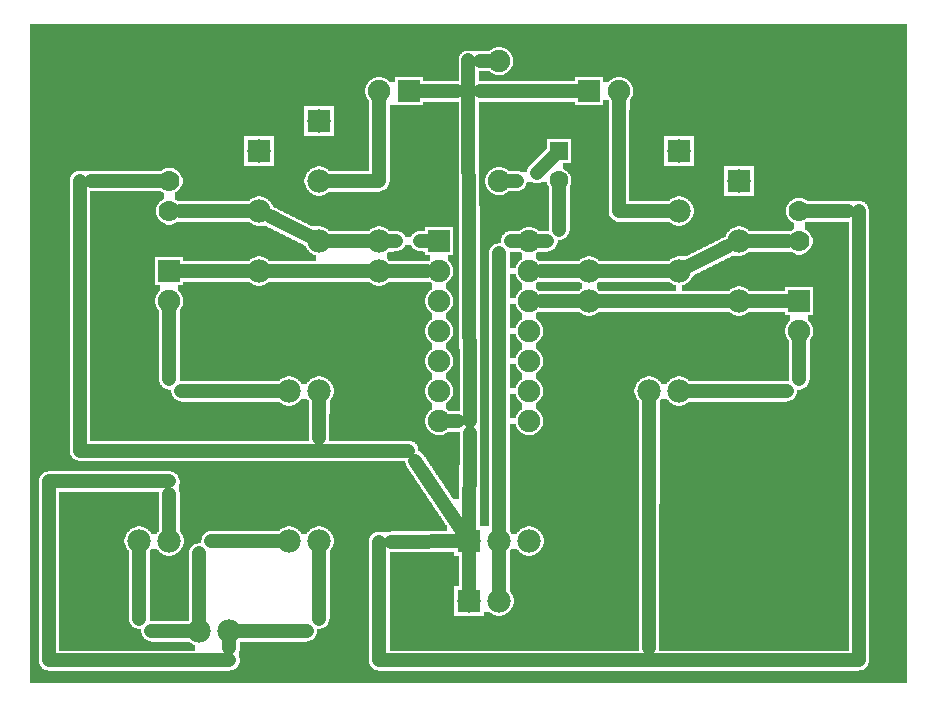
<source format=gtl>
G04 MADE WITH FRITZING*
G04 WWW.FRITZING.ORG*
G04 DOUBLE SIDED*
G04 HOLES PLATED*
G04 CONTOUR ON CENTER OF CONTOUR VECTOR*
%ASAXBY*%
%FSLAX23Y23*%
%MOIN*%
%OFA0B0*%
%SFA1.0B1.0*%
%ADD10C,0.075000*%
%ADD11C,0.078000*%
%ADD12C,0.070000*%
%ADD13C,0.062992*%
%ADD14R,0.075000X0.075000*%
%ADD15R,0.078000X0.078000*%
%ADD16R,0.062992X0.062992*%
%ADD17C,0.024000*%
%ADD18C,0.048000*%
%LNCOPPER1*%
G90*
G70*
G54D10*
X312Y1627D03*
X616Y1284D03*
X2708Y1526D03*
X212Y619D03*
X1685Y2175D03*
X1808Y1195D03*
X1405Y1513D03*
X1705Y1513D03*
X1405Y1413D03*
X1705Y1413D03*
X1405Y1313D03*
X1705Y1313D03*
X1405Y1213D03*
X1705Y1213D03*
X1405Y1113D03*
X1705Y1113D03*
X1405Y1013D03*
X1705Y1013D03*
X1405Y913D03*
X1705Y913D03*
G54D11*
X1505Y313D03*
X1605Y313D03*
X1505Y513D03*
X1605Y513D03*
X1705Y513D03*
X1205Y1513D03*
X1205Y1413D03*
X2405Y1713D03*
X2405Y1513D03*
X2405Y1313D03*
X2205Y1813D03*
X2205Y1613D03*
X2205Y1413D03*
X805Y1813D03*
X805Y1613D03*
X805Y1413D03*
X1005Y1913D03*
X1005Y1713D03*
X1005Y1513D03*
G54D10*
X1905Y2013D03*
X2005Y2013D03*
X1305Y2013D03*
X1205Y2013D03*
G54D12*
X2605Y1613D03*
X2605Y1513D03*
X505Y1713D03*
X505Y1613D03*
G54D10*
X2605Y1313D03*
X2605Y1213D03*
X505Y1413D03*
X505Y1313D03*
G54D11*
X2105Y1013D03*
X2205Y1013D03*
X905Y1013D03*
X1005Y1013D03*
X1905Y1413D03*
X1905Y1313D03*
X405Y513D03*
X505Y513D03*
X605Y213D03*
X705Y213D03*
X905Y513D03*
X1005Y513D03*
G54D10*
X1605Y1713D03*
X1605Y2113D03*
G54D13*
X1805Y1813D03*
X1805Y1715D03*
G54D14*
X1405Y1513D03*
G54D15*
X1505Y313D03*
X1505Y513D03*
X2405Y1713D03*
X2205Y1813D03*
X805Y1813D03*
X1005Y1913D03*
G54D14*
X1905Y2013D03*
X1305Y2013D03*
X2605Y1313D03*
X505Y1413D03*
G54D16*
X1805Y1813D03*
G54D17*
X1617Y303D02*
X1605Y313D01*
G54D18*
D02*
X1505Y354D02*
X1505Y472D01*
D02*
X1605Y354D02*
X1605Y472D01*
D02*
X1645Y1513D02*
X1705Y1513D01*
D02*
X1605Y513D02*
X1605Y1472D01*
D02*
X1468Y913D02*
X1405Y913D01*
D02*
X1505Y513D02*
X1508Y872D01*
D02*
X1262Y1513D02*
X1205Y1513D01*
D02*
X1405Y1513D02*
X1343Y1513D01*
D02*
X1364Y1413D02*
X1245Y1413D01*
D02*
X1046Y1513D02*
X1205Y1513D01*
D02*
X1205Y1513D02*
X1148Y1513D01*
D02*
X1205Y1713D02*
X1205Y2013D01*
D02*
X1046Y1713D02*
X1205Y1713D01*
D02*
X846Y1413D02*
X1164Y1413D01*
D02*
X842Y1595D02*
X1005Y1513D01*
D02*
X542Y1613D02*
X764Y1613D01*
D02*
X764Y1413D02*
X545Y1413D01*
D02*
X505Y1053D02*
X505Y1313D01*
D02*
X905Y1013D02*
X546Y1013D01*
D02*
X1303Y814D02*
X1005Y814D01*
D02*
X1005Y855D02*
X1005Y1013D01*
D02*
X1505Y513D02*
X1326Y780D01*
D02*
X208Y814D02*
X208Y1714D01*
D02*
X245Y1714D02*
X505Y1713D01*
D02*
X1005Y814D02*
X208Y814D01*
D02*
X1464Y2012D02*
X1305Y2013D01*
D02*
X1508Y913D02*
X1503Y2012D01*
D02*
X1866Y1413D02*
X1746Y1413D01*
D02*
X1866Y1313D02*
X1746Y1313D01*
D02*
X1946Y1413D02*
X2164Y1413D01*
D02*
X2004Y1612D02*
X2005Y2013D01*
D02*
X2164Y1613D02*
X2004Y1612D01*
D02*
X1543Y2012D02*
X1905Y2013D01*
D02*
X1946Y1313D02*
X2364Y1313D01*
D02*
X2205Y1413D02*
X2368Y1495D01*
D02*
X2568Y1513D02*
X2446Y1513D01*
D02*
X2566Y1313D02*
X2446Y1313D01*
D02*
X2605Y1053D02*
X2605Y1213D01*
D02*
X2205Y1013D02*
X2564Y1013D01*
D02*
X1205Y115D02*
X2105Y115D01*
D02*
X1205Y511D02*
X1205Y115D01*
D02*
X2105Y156D02*
X2105Y1013D01*
D02*
X1505Y513D02*
X1246Y511D01*
D02*
X2804Y115D02*
X2804Y1613D01*
D02*
X2767Y1613D02*
X2605Y1613D01*
D02*
X2105Y115D02*
X2804Y115D01*
D02*
X405Y254D02*
X405Y513D01*
D02*
X605Y213D02*
X446Y213D01*
D02*
X646Y513D02*
X905Y513D01*
D02*
X605Y213D02*
X605Y472D01*
D02*
X1005Y254D02*
X1005Y513D01*
D02*
X705Y213D02*
X964Y213D01*
D02*
X706Y115D02*
X105Y115D01*
D02*
X105Y115D02*
X105Y712D01*
D02*
X105Y712D02*
X506Y712D01*
D02*
X506Y670D02*
X505Y513D01*
D02*
X705Y213D02*
X706Y156D01*
D02*
X1543Y2114D02*
X1605Y2113D01*
D02*
X1503Y2012D02*
X1503Y2115D01*
D02*
X1805Y1551D02*
X1805Y1715D01*
D02*
X1705Y1513D02*
X1766Y1513D01*
D02*
X1664Y1713D02*
X1605Y1713D01*
D02*
X1805Y1813D02*
X1731Y1740D01*
G36*
X242Y1680D02*
X242Y1568D01*
X496Y1568D01*
X496Y1570D01*
X490Y1570D01*
X490Y1572D01*
X486Y1572D01*
X486Y1574D01*
X484Y1574D01*
X484Y1576D01*
X480Y1576D01*
X480Y1578D01*
X478Y1578D01*
X478Y1580D01*
X476Y1580D01*
X476Y1582D01*
X474Y1582D01*
X474Y1584D01*
X472Y1584D01*
X472Y1586D01*
X470Y1586D01*
X470Y1588D01*
X468Y1588D01*
X468Y1592D01*
X466Y1592D01*
X466Y1596D01*
X464Y1596D01*
X464Y1600D01*
X462Y1600D01*
X462Y1606D01*
X460Y1606D01*
X460Y1620D01*
X462Y1620D01*
X462Y1626D01*
X464Y1626D01*
X464Y1630D01*
X466Y1630D01*
X466Y1634D01*
X468Y1634D01*
X468Y1638D01*
X470Y1638D01*
X470Y1640D01*
X472Y1640D01*
X472Y1642D01*
X474Y1642D01*
X474Y1644D01*
X476Y1644D01*
X476Y1646D01*
X478Y1646D01*
X478Y1648D01*
X480Y1648D01*
X480Y1650D01*
X484Y1650D01*
X484Y1652D01*
X488Y1652D01*
X488Y1674D01*
X484Y1674D01*
X484Y1676D01*
X480Y1676D01*
X480Y1678D01*
X478Y1678D01*
X478Y1680D01*
X242Y1680D01*
G37*
D02*
G36*
X530Y1578D02*
X530Y1576D01*
X528Y1576D01*
X528Y1574D01*
X524Y1574D01*
X524Y1572D01*
X520Y1572D01*
X520Y1570D01*
X514Y1570D01*
X514Y1568D01*
X786Y1568D01*
X786Y1570D01*
X782Y1570D01*
X782Y1572D01*
X778Y1572D01*
X778Y1574D01*
X776Y1574D01*
X776Y1576D01*
X774Y1576D01*
X774Y1578D01*
X530Y1578D01*
G37*
D02*
G36*
X242Y1568D02*
X242Y1566D01*
X790Y1566D01*
X790Y1568D01*
X242Y1568D01*
G37*
D02*
G36*
X242Y1568D02*
X242Y1566D01*
X790Y1566D01*
X790Y1568D01*
X242Y1568D01*
G37*
D02*
G36*
X242Y1566D02*
X242Y1462D01*
X812Y1462D01*
X812Y1460D01*
X820Y1460D01*
X820Y1458D01*
X824Y1458D01*
X824Y1456D01*
X828Y1456D01*
X828Y1454D01*
X830Y1454D01*
X830Y1452D01*
X834Y1452D01*
X834Y1450D01*
X836Y1450D01*
X836Y1448D01*
X838Y1448D01*
X838Y1446D01*
X996Y1446D01*
X996Y1466D01*
X990Y1466D01*
X990Y1468D01*
X986Y1468D01*
X986Y1470D01*
X982Y1470D01*
X982Y1472D01*
X978Y1472D01*
X978Y1474D01*
X976Y1474D01*
X976Y1476D01*
X974Y1476D01*
X974Y1478D01*
X972Y1478D01*
X972Y1480D01*
X970Y1480D01*
X970Y1482D01*
X968Y1482D01*
X968Y1484D01*
X966Y1484D01*
X966Y1488D01*
X964Y1488D01*
X964Y1490D01*
X962Y1490D01*
X962Y1494D01*
X960Y1494D01*
X960Y1498D01*
X956Y1498D01*
X956Y1500D01*
X952Y1500D01*
X952Y1502D01*
X948Y1502D01*
X948Y1504D01*
X944Y1504D01*
X944Y1506D01*
X940Y1506D01*
X940Y1508D01*
X936Y1508D01*
X936Y1510D01*
X932Y1510D01*
X932Y1512D01*
X928Y1512D01*
X928Y1514D01*
X924Y1514D01*
X924Y1516D01*
X920Y1516D01*
X920Y1518D01*
X916Y1518D01*
X916Y1520D01*
X912Y1520D01*
X912Y1522D01*
X908Y1522D01*
X908Y1524D01*
X904Y1524D01*
X904Y1526D01*
X900Y1526D01*
X900Y1528D01*
X896Y1528D01*
X896Y1530D01*
X892Y1530D01*
X892Y1532D01*
X888Y1532D01*
X888Y1534D01*
X884Y1534D01*
X884Y1536D01*
X880Y1536D01*
X880Y1538D01*
X876Y1538D01*
X876Y1540D01*
X872Y1540D01*
X872Y1542D01*
X868Y1542D01*
X868Y1544D01*
X864Y1544D01*
X864Y1546D01*
X860Y1546D01*
X860Y1548D01*
X856Y1548D01*
X856Y1550D01*
X852Y1550D01*
X852Y1552D01*
X848Y1552D01*
X848Y1554D01*
X844Y1554D01*
X844Y1556D01*
X840Y1556D01*
X840Y1558D01*
X836Y1558D01*
X836Y1560D01*
X832Y1560D01*
X832Y1562D01*
X828Y1562D01*
X828Y1564D01*
X796Y1564D01*
X796Y1566D01*
X242Y1566D01*
G37*
D02*
G36*
X242Y1462D02*
X242Y1460D01*
X552Y1460D01*
X552Y1446D01*
X772Y1446D01*
X772Y1448D01*
X774Y1448D01*
X774Y1450D01*
X776Y1450D01*
X776Y1452D01*
X780Y1452D01*
X780Y1454D01*
X782Y1454D01*
X782Y1456D01*
X786Y1456D01*
X786Y1458D01*
X792Y1458D01*
X792Y1460D01*
X798Y1460D01*
X798Y1462D01*
X242Y1462D01*
G37*
D02*
G36*
X242Y1460D02*
X242Y964D01*
X896Y964D01*
X896Y966D01*
X890Y966D01*
X890Y968D01*
X886Y968D01*
X886Y970D01*
X882Y970D01*
X882Y972D01*
X878Y972D01*
X878Y974D01*
X876Y974D01*
X876Y976D01*
X874Y976D01*
X874Y978D01*
X544Y978D01*
X544Y980D01*
X534Y980D01*
X534Y982D01*
X530Y982D01*
X530Y984D01*
X528Y984D01*
X528Y986D01*
X524Y986D01*
X524Y988D01*
X522Y988D01*
X522Y990D01*
X520Y990D01*
X520Y992D01*
X518Y992D01*
X518Y996D01*
X516Y996D01*
X516Y1000D01*
X514Y1000D01*
X514Y1008D01*
X512Y1008D01*
X512Y1018D01*
X500Y1018D01*
X500Y1020D01*
X492Y1020D01*
X492Y1022D01*
X488Y1022D01*
X488Y1024D01*
X486Y1024D01*
X486Y1026D01*
X482Y1026D01*
X482Y1028D01*
X480Y1028D01*
X480Y1032D01*
X478Y1032D01*
X478Y1034D01*
X476Y1034D01*
X476Y1038D01*
X474Y1038D01*
X474Y1042D01*
X472Y1042D01*
X472Y1282D01*
X470Y1282D01*
X470Y1284D01*
X468Y1284D01*
X468Y1286D01*
X466Y1286D01*
X466Y1290D01*
X464Y1290D01*
X464Y1294D01*
X462Y1294D01*
X462Y1298D01*
X460Y1298D01*
X460Y1304D01*
X458Y1304D01*
X458Y1322D01*
X460Y1322D01*
X460Y1328D01*
X462Y1328D01*
X462Y1332D01*
X464Y1332D01*
X464Y1336D01*
X466Y1336D01*
X466Y1338D01*
X468Y1338D01*
X468Y1342D01*
X470Y1342D01*
X470Y1344D01*
X472Y1344D01*
X472Y1346D01*
X474Y1346D01*
X474Y1366D01*
X458Y1366D01*
X458Y1460D01*
X242Y1460D01*
G37*
D02*
G36*
X946Y988D02*
X946Y986D01*
X944Y986D01*
X944Y984D01*
X942Y984D01*
X942Y982D01*
X940Y982D01*
X940Y980D01*
X938Y980D01*
X938Y978D01*
X936Y978D01*
X936Y976D01*
X934Y976D01*
X934Y974D01*
X932Y974D01*
X932Y972D01*
X928Y972D01*
X928Y970D01*
X924Y970D01*
X924Y968D01*
X920Y968D01*
X920Y966D01*
X914Y966D01*
X914Y964D01*
X972Y964D01*
X972Y980D01*
X970Y980D01*
X970Y982D01*
X968Y982D01*
X968Y984D01*
X966Y984D01*
X966Y988D01*
X946Y988D01*
G37*
D02*
G36*
X242Y964D02*
X242Y962D01*
X972Y962D01*
X972Y964D01*
X242Y964D01*
G37*
D02*
G36*
X242Y964D02*
X242Y962D01*
X972Y962D01*
X972Y964D01*
X242Y964D01*
G37*
D02*
G36*
X242Y962D02*
X242Y848D01*
X970Y848D01*
X970Y942D01*
X972Y942D01*
X972Y962D01*
X242Y962D01*
G37*
D02*
G36*
X1292Y1500D02*
X1292Y1496D01*
X1290Y1496D01*
X1290Y1492D01*
X1288Y1492D01*
X1288Y1490D01*
X1286Y1490D01*
X1286Y1488D01*
X1284Y1488D01*
X1284Y1486D01*
X1280Y1486D01*
X1280Y1484D01*
X1278Y1484D01*
X1278Y1482D01*
X1272Y1482D01*
X1272Y1480D01*
X1254Y1480D01*
X1254Y1478D01*
X1236Y1478D01*
X1236Y1476D01*
X1234Y1476D01*
X1234Y1474D01*
X1232Y1474D01*
X1232Y1472D01*
X1230Y1472D01*
X1230Y1452D01*
X1234Y1452D01*
X1234Y1450D01*
X1236Y1450D01*
X1236Y1448D01*
X1238Y1448D01*
X1238Y1446D01*
X1374Y1446D01*
X1374Y1466D01*
X1358Y1466D01*
X1358Y1478D01*
X1350Y1478D01*
X1350Y1480D01*
X1332Y1480D01*
X1332Y1482D01*
X1328Y1482D01*
X1328Y1484D01*
X1324Y1484D01*
X1324Y1486D01*
X1322Y1486D01*
X1322Y1488D01*
X1318Y1488D01*
X1318Y1490D01*
X1316Y1490D01*
X1316Y1494D01*
X1314Y1494D01*
X1314Y1496D01*
X1312Y1496D01*
X1312Y1500D01*
X1292Y1500D01*
G37*
D02*
G36*
X1640Y1478D02*
X1640Y1422D01*
X1660Y1422D01*
X1660Y1428D01*
X1662Y1428D01*
X1662Y1432D01*
X1664Y1432D01*
X1664Y1436D01*
X1666Y1436D01*
X1666Y1438D01*
X1668Y1438D01*
X1668Y1442D01*
X1670Y1442D01*
X1670Y1444D01*
X1672Y1444D01*
X1672Y1446D01*
X1674Y1446D01*
X1674Y1448D01*
X1676Y1448D01*
X1676Y1450D01*
X1680Y1450D01*
X1680Y1452D01*
X1682Y1452D01*
X1682Y1474D01*
X1678Y1474D01*
X1678Y1476D01*
X1676Y1476D01*
X1676Y1478D01*
X1640Y1478D01*
G37*
D02*
G36*
X1640Y1404D02*
X1640Y1322D01*
X1660Y1322D01*
X1660Y1328D01*
X1662Y1328D01*
X1662Y1332D01*
X1664Y1332D01*
X1664Y1336D01*
X1666Y1336D01*
X1666Y1338D01*
X1668Y1338D01*
X1668Y1342D01*
X1670Y1342D01*
X1670Y1344D01*
X1672Y1344D01*
X1672Y1346D01*
X1674Y1346D01*
X1674Y1348D01*
X1676Y1348D01*
X1676Y1350D01*
X1680Y1350D01*
X1680Y1352D01*
X1682Y1352D01*
X1682Y1374D01*
X1678Y1374D01*
X1678Y1376D01*
X1676Y1376D01*
X1676Y1378D01*
X1674Y1378D01*
X1674Y1380D01*
X1672Y1380D01*
X1672Y1382D01*
X1670Y1382D01*
X1670Y1384D01*
X1668Y1384D01*
X1668Y1386D01*
X1666Y1386D01*
X1666Y1390D01*
X1664Y1390D01*
X1664Y1394D01*
X1662Y1394D01*
X1662Y1398D01*
X1660Y1398D01*
X1660Y1404D01*
X1640Y1404D01*
G37*
D02*
G36*
X552Y1378D02*
X552Y1366D01*
X536Y1366D01*
X536Y1364D01*
X796Y1364D01*
X796Y1366D01*
X790Y1366D01*
X790Y1368D01*
X786Y1368D01*
X786Y1370D01*
X782Y1370D01*
X782Y1372D01*
X778Y1372D01*
X778Y1374D01*
X776Y1374D01*
X776Y1376D01*
X774Y1376D01*
X774Y1378D01*
X552Y1378D01*
G37*
D02*
G36*
X836Y1378D02*
X836Y1376D01*
X834Y1376D01*
X834Y1374D01*
X832Y1374D01*
X832Y1372D01*
X828Y1372D01*
X828Y1370D01*
X824Y1370D01*
X824Y1368D01*
X820Y1368D01*
X820Y1366D01*
X814Y1366D01*
X814Y1364D01*
X1196Y1364D01*
X1196Y1366D01*
X1190Y1366D01*
X1190Y1368D01*
X1186Y1368D01*
X1186Y1370D01*
X1182Y1370D01*
X1182Y1372D01*
X1178Y1372D01*
X1178Y1374D01*
X1176Y1374D01*
X1176Y1376D01*
X1174Y1376D01*
X1174Y1378D01*
X836Y1378D01*
G37*
D02*
G36*
X1236Y1378D02*
X1236Y1376D01*
X1234Y1376D01*
X1234Y1374D01*
X1232Y1374D01*
X1232Y1372D01*
X1228Y1372D01*
X1228Y1370D01*
X1224Y1370D01*
X1224Y1368D01*
X1220Y1368D01*
X1220Y1366D01*
X1214Y1366D01*
X1214Y1364D01*
X1382Y1364D01*
X1382Y1374D01*
X1378Y1374D01*
X1378Y1376D01*
X1376Y1376D01*
X1376Y1378D01*
X1236Y1378D01*
G37*
D02*
G36*
X536Y1364D02*
X536Y1362D01*
X1382Y1362D01*
X1382Y1364D01*
X536Y1364D01*
G37*
D02*
G36*
X536Y1364D02*
X536Y1362D01*
X1382Y1362D01*
X1382Y1364D01*
X536Y1364D01*
G37*
D02*
G36*
X536Y1364D02*
X536Y1362D01*
X1382Y1362D01*
X1382Y1364D01*
X536Y1364D01*
G37*
D02*
G36*
X536Y1362D02*
X536Y1346D01*
X538Y1346D01*
X538Y1344D01*
X540Y1344D01*
X540Y1342D01*
X542Y1342D01*
X542Y1340D01*
X544Y1340D01*
X544Y1336D01*
X546Y1336D01*
X546Y1332D01*
X548Y1332D01*
X548Y1328D01*
X550Y1328D01*
X550Y1324D01*
X552Y1324D01*
X552Y1302D01*
X550Y1302D01*
X550Y1296D01*
X548Y1296D01*
X548Y1292D01*
X546Y1292D01*
X546Y1290D01*
X544Y1290D01*
X544Y1286D01*
X542Y1286D01*
X542Y1284D01*
X540Y1284D01*
X540Y1062D01*
X1012Y1062D01*
X1012Y1060D01*
X1020Y1060D01*
X1020Y1058D01*
X1024Y1058D01*
X1024Y1056D01*
X1028Y1056D01*
X1028Y1054D01*
X1030Y1054D01*
X1030Y1052D01*
X1034Y1052D01*
X1034Y1050D01*
X1036Y1050D01*
X1036Y1048D01*
X1038Y1048D01*
X1038Y1046D01*
X1040Y1046D01*
X1040Y1044D01*
X1042Y1044D01*
X1042Y1042D01*
X1044Y1042D01*
X1044Y1040D01*
X1046Y1040D01*
X1046Y1036D01*
X1048Y1036D01*
X1048Y1032D01*
X1050Y1032D01*
X1050Y1028D01*
X1052Y1028D01*
X1052Y1022D01*
X1054Y1022D01*
X1054Y1004D01*
X1052Y1004D01*
X1052Y998D01*
X1050Y998D01*
X1050Y994D01*
X1048Y994D01*
X1048Y990D01*
X1046Y990D01*
X1046Y986D01*
X1044Y986D01*
X1044Y984D01*
X1042Y984D01*
X1042Y982D01*
X1040Y982D01*
X1040Y938D01*
X1038Y938D01*
X1038Y866D01*
X1394Y866D01*
X1394Y868D01*
X1390Y868D01*
X1390Y870D01*
X1386Y870D01*
X1386Y872D01*
X1382Y872D01*
X1382Y874D01*
X1378Y874D01*
X1378Y876D01*
X1376Y876D01*
X1376Y878D01*
X1374Y878D01*
X1374Y880D01*
X1372Y880D01*
X1372Y882D01*
X1370Y882D01*
X1370Y884D01*
X1368Y884D01*
X1368Y886D01*
X1366Y886D01*
X1366Y890D01*
X1364Y890D01*
X1364Y894D01*
X1362Y894D01*
X1362Y898D01*
X1360Y898D01*
X1360Y904D01*
X1358Y904D01*
X1358Y922D01*
X1360Y922D01*
X1360Y928D01*
X1362Y928D01*
X1362Y932D01*
X1364Y932D01*
X1364Y936D01*
X1366Y936D01*
X1366Y938D01*
X1368Y938D01*
X1368Y942D01*
X1370Y942D01*
X1370Y944D01*
X1372Y944D01*
X1372Y946D01*
X1374Y946D01*
X1374Y948D01*
X1376Y948D01*
X1376Y950D01*
X1380Y950D01*
X1380Y952D01*
X1382Y952D01*
X1382Y974D01*
X1378Y974D01*
X1378Y976D01*
X1376Y976D01*
X1376Y978D01*
X1374Y978D01*
X1374Y980D01*
X1372Y980D01*
X1372Y982D01*
X1370Y982D01*
X1370Y984D01*
X1368Y984D01*
X1368Y986D01*
X1366Y986D01*
X1366Y990D01*
X1364Y990D01*
X1364Y994D01*
X1362Y994D01*
X1362Y998D01*
X1360Y998D01*
X1360Y1004D01*
X1358Y1004D01*
X1358Y1022D01*
X1360Y1022D01*
X1360Y1028D01*
X1362Y1028D01*
X1362Y1032D01*
X1364Y1032D01*
X1364Y1036D01*
X1366Y1036D01*
X1366Y1038D01*
X1368Y1038D01*
X1368Y1042D01*
X1370Y1042D01*
X1370Y1044D01*
X1372Y1044D01*
X1372Y1046D01*
X1374Y1046D01*
X1374Y1048D01*
X1376Y1048D01*
X1376Y1050D01*
X1380Y1050D01*
X1380Y1052D01*
X1382Y1052D01*
X1382Y1074D01*
X1378Y1074D01*
X1378Y1076D01*
X1376Y1076D01*
X1376Y1078D01*
X1374Y1078D01*
X1374Y1080D01*
X1372Y1080D01*
X1372Y1082D01*
X1370Y1082D01*
X1370Y1084D01*
X1368Y1084D01*
X1368Y1086D01*
X1366Y1086D01*
X1366Y1090D01*
X1364Y1090D01*
X1364Y1094D01*
X1362Y1094D01*
X1362Y1098D01*
X1360Y1098D01*
X1360Y1104D01*
X1358Y1104D01*
X1358Y1122D01*
X1360Y1122D01*
X1360Y1128D01*
X1362Y1128D01*
X1362Y1132D01*
X1364Y1132D01*
X1364Y1136D01*
X1366Y1136D01*
X1366Y1138D01*
X1368Y1138D01*
X1368Y1142D01*
X1370Y1142D01*
X1370Y1144D01*
X1372Y1144D01*
X1372Y1146D01*
X1374Y1146D01*
X1374Y1148D01*
X1376Y1148D01*
X1376Y1150D01*
X1380Y1150D01*
X1380Y1152D01*
X1382Y1152D01*
X1382Y1174D01*
X1378Y1174D01*
X1378Y1176D01*
X1376Y1176D01*
X1376Y1178D01*
X1374Y1178D01*
X1374Y1180D01*
X1372Y1180D01*
X1372Y1182D01*
X1370Y1182D01*
X1370Y1184D01*
X1368Y1184D01*
X1368Y1186D01*
X1366Y1186D01*
X1366Y1190D01*
X1364Y1190D01*
X1364Y1194D01*
X1362Y1194D01*
X1362Y1198D01*
X1360Y1198D01*
X1360Y1204D01*
X1358Y1204D01*
X1358Y1222D01*
X1360Y1222D01*
X1360Y1228D01*
X1362Y1228D01*
X1362Y1232D01*
X1364Y1232D01*
X1364Y1236D01*
X1366Y1236D01*
X1366Y1238D01*
X1368Y1238D01*
X1368Y1242D01*
X1370Y1242D01*
X1370Y1244D01*
X1372Y1244D01*
X1372Y1246D01*
X1374Y1246D01*
X1374Y1248D01*
X1376Y1248D01*
X1376Y1250D01*
X1380Y1250D01*
X1380Y1252D01*
X1382Y1252D01*
X1382Y1274D01*
X1378Y1274D01*
X1378Y1276D01*
X1376Y1276D01*
X1376Y1278D01*
X1374Y1278D01*
X1374Y1280D01*
X1372Y1280D01*
X1372Y1282D01*
X1370Y1282D01*
X1370Y1284D01*
X1368Y1284D01*
X1368Y1286D01*
X1366Y1286D01*
X1366Y1290D01*
X1364Y1290D01*
X1364Y1294D01*
X1362Y1294D01*
X1362Y1298D01*
X1360Y1298D01*
X1360Y1304D01*
X1358Y1304D01*
X1358Y1322D01*
X1360Y1322D01*
X1360Y1328D01*
X1362Y1328D01*
X1362Y1332D01*
X1364Y1332D01*
X1364Y1336D01*
X1366Y1336D01*
X1366Y1338D01*
X1368Y1338D01*
X1368Y1342D01*
X1370Y1342D01*
X1370Y1344D01*
X1372Y1344D01*
X1372Y1346D01*
X1374Y1346D01*
X1374Y1348D01*
X1376Y1348D01*
X1376Y1350D01*
X1380Y1350D01*
X1380Y1352D01*
X1382Y1352D01*
X1382Y1362D01*
X536Y1362D01*
G37*
D02*
G36*
X540Y1062D02*
X540Y1046D01*
X872Y1046D01*
X872Y1048D01*
X874Y1048D01*
X874Y1050D01*
X876Y1050D01*
X876Y1052D01*
X880Y1052D01*
X880Y1054D01*
X882Y1054D01*
X882Y1056D01*
X886Y1056D01*
X886Y1058D01*
X892Y1058D01*
X892Y1060D01*
X898Y1060D01*
X898Y1062D01*
X540Y1062D01*
G37*
D02*
G36*
X912Y1062D02*
X912Y1060D01*
X920Y1060D01*
X920Y1058D01*
X924Y1058D01*
X924Y1056D01*
X928Y1056D01*
X928Y1054D01*
X930Y1054D01*
X930Y1052D01*
X934Y1052D01*
X934Y1050D01*
X936Y1050D01*
X936Y1048D01*
X938Y1048D01*
X938Y1046D01*
X940Y1046D01*
X940Y1044D01*
X942Y1044D01*
X942Y1042D01*
X944Y1042D01*
X944Y1040D01*
X946Y1040D01*
X946Y1038D01*
X966Y1038D01*
X966Y1042D01*
X968Y1042D01*
X968Y1044D01*
X970Y1044D01*
X970Y1046D01*
X972Y1046D01*
X972Y1048D01*
X974Y1048D01*
X974Y1050D01*
X976Y1050D01*
X976Y1052D01*
X980Y1052D01*
X980Y1054D01*
X982Y1054D01*
X982Y1056D01*
X986Y1056D01*
X986Y1058D01*
X992Y1058D01*
X992Y1060D01*
X998Y1060D01*
X998Y1062D01*
X912Y1062D01*
G37*
D02*
G36*
X1434Y878D02*
X1434Y876D01*
X1432Y876D01*
X1432Y874D01*
X1428Y874D01*
X1428Y872D01*
X1426Y872D01*
X1426Y870D01*
X1422Y870D01*
X1422Y868D01*
X1416Y868D01*
X1416Y866D01*
X1474Y866D01*
X1474Y878D01*
X1434Y878D01*
G37*
D02*
G36*
X1038Y866D02*
X1038Y864D01*
X1474Y864D01*
X1474Y866D01*
X1038Y866D01*
G37*
D02*
G36*
X1038Y866D02*
X1038Y864D01*
X1474Y864D01*
X1474Y866D01*
X1038Y866D01*
G37*
D02*
G36*
X1038Y864D02*
X1038Y848D01*
X1310Y848D01*
X1310Y846D01*
X1316Y846D01*
X1316Y844D01*
X1320Y844D01*
X1320Y842D01*
X1324Y842D01*
X1324Y840D01*
X1326Y840D01*
X1326Y838D01*
X1328Y838D01*
X1328Y836D01*
X1330Y836D01*
X1330Y834D01*
X1332Y834D01*
X1332Y830D01*
X1334Y830D01*
X1334Y824D01*
X1336Y824D01*
X1336Y812D01*
X1340Y812D01*
X1340Y810D01*
X1344Y810D01*
X1344Y808D01*
X1346Y808D01*
X1346Y806D01*
X1348Y806D01*
X1348Y804D01*
X1350Y804D01*
X1350Y802D01*
X1352Y802D01*
X1352Y800D01*
X1354Y800D01*
X1354Y798D01*
X1356Y798D01*
X1356Y794D01*
X1358Y794D01*
X1358Y792D01*
X1360Y792D01*
X1360Y788D01*
X1362Y788D01*
X1362Y786D01*
X1364Y786D01*
X1364Y782D01*
X1366Y782D01*
X1366Y780D01*
X1368Y780D01*
X1368Y776D01*
X1370Y776D01*
X1370Y774D01*
X1372Y774D01*
X1372Y770D01*
X1374Y770D01*
X1374Y768D01*
X1376Y768D01*
X1376Y764D01*
X1378Y764D01*
X1378Y762D01*
X1380Y762D01*
X1380Y758D01*
X1382Y758D01*
X1382Y756D01*
X1384Y756D01*
X1384Y752D01*
X1386Y752D01*
X1386Y750D01*
X1388Y750D01*
X1388Y746D01*
X1390Y746D01*
X1390Y744D01*
X1392Y744D01*
X1392Y740D01*
X1394Y740D01*
X1394Y738D01*
X1396Y738D01*
X1396Y734D01*
X1398Y734D01*
X1398Y732D01*
X1400Y732D01*
X1400Y728D01*
X1402Y728D01*
X1402Y726D01*
X1404Y726D01*
X1404Y722D01*
X1406Y722D01*
X1406Y720D01*
X1408Y720D01*
X1408Y718D01*
X1410Y718D01*
X1410Y714D01*
X1412Y714D01*
X1412Y712D01*
X1414Y712D01*
X1414Y708D01*
X1416Y708D01*
X1416Y706D01*
X1418Y706D01*
X1418Y702D01*
X1420Y702D01*
X1420Y700D01*
X1422Y700D01*
X1422Y696D01*
X1424Y696D01*
X1424Y694D01*
X1426Y694D01*
X1426Y690D01*
X1428Y690D01*
X1428Y688D01*
X1430Y688D01*
X1430Y684D01*
X1432Y684D01*
X1432Y682D01*
X1434Y682D01*
X1434Y678D01*
X1436Y678D01*
X1436Y676D01*
X1438Y676D01*
X1438Y672D01*
X1440Y672D01*
X1440Y670D01*
X1442Y670D01*
X1442Y666D01*
X1444Y666D01*
X1444Y664D01*
X1446Y664D01*
X1446Y660D01*
X1448Y660D01*
X1448Y658D01*
X1450Y658D01*
X1450Y654D01*
X1452Y654D01*
X1452Y652D01*
X1472Y652D01*
X1472Y766D01*
X1474Y766D01*
X1474Y864D01*
X1038Y864D01*
G37*
D02*
G36*
X1734Y1378D02*
X1734Y1376D01*
X1732Y1376D01*
X1732Y1374D01*
X1728Y1374D01*
X1728Y1352D01*
X1732Y1352D01*
X1732Y1350D01*
X1734Y1350D01*
X1734Y1348D01*
X1736Y1348D01*
X1736Y1346D01*
X1872Y1346D01*
X1872Y1348D01*
X1874Y1348D01*
X1874Y1350D01*
X1876Y1350D01*
X1876Y1352D01*
X1880Y1352D01*
X1880Y1372D01*
X1878Y1372D01*
X1878Y1374D01*
X1876Y1374D01*
X1876Y1376D01*
X1874Y1376D01*
X1874Y1378D01*
X1734Y1378D01*
G37*
D02*
G36*
X1936Y1378D02*
X1936Y1376D01*
X1934Y1376D01*
X1934Y1374D01*
X1932Y1374D01*
X1932Y1372D01*
X1930Y1372D01*
X1930Y1352D01*
X1934Y1352D01*
X1934Y1350D01*
X1936Y1350D01*
X1936Y1348D01*
X1938Y1348D01*
X1938Y1346D01*
X2196Y1346D01*
X2196Y1366D01*
X2190Y1366D01*
X2190Y1368D01*
X2186Y1368D01*
X2186Y1370D01*
X2182Y1370D01*
X2182Y1372D01*
X2178Y1372D01*
X2178Y1374D01*
X2176Y1374D01*
X2176Y1376D01*
X2174Y1376D01*
X2174Y1378D01*
X1936Y1378D01*
G37*
D02*
G36*
X1640Y1304D02*
X1640Y1222D01*
X1660Y1222D01*
X1660Y1228D01*
X1662Y1228D01*
X1662Y1232D01*
X1664Y1232D01*
X1664Y1236D01*
X1666Y1236D01*
X1666Y1238D01*
X1668Y1238D01*
X1668Y1242D01*
X1670Y1242D01*
X1670Y1244D01*
X1672Y1244D01*
X1672Y1246D01*
X1674Y1246D01*
X1674Y1248D01*
X1676Y1248D01*
X1676Y1250D01*
X1680Y1250D01*
X1680Y1252D01*
X1682Y1252D01*
X1682Y1274D01*
X1678Y1274D01*
X1678Y1276D01*
X1676Y1276D01*
X1676Y1278D01*
X1674Y1278D01*
X1674Y1280D01*
X1672Y1280D01*
X1672Y1282D01*
X1670Y1282D01*
X1670Y1284D01*
X1668Y1284D01*
X1668Y1286D01*
X1666Y1286D01*
X1666Y1290D01*
X1664Y1290D01*
X1664Y1294D01*
X1662Y1294D01*
X1662Y1298D01*
X1660Y1298D01*
X1660Y1304D01*
X1640Y1304D01*
G37*
D02*
G36*
X1640Y1204D02*
X1640Y1122D01*
X1660Y1122D01*
X1660Y1128D01*
X1662Y1128D01*
X1662Y1132D01*
X1664Y1132D01*
X1664Y1136D01*
X1666Y1136D01*
X1666Y1138D01*
X1668Y1138D01*
X1668Y1142D01*
X1670Y1142D01*
X1670Y1144D01*
X1672Y1144D01*
X1672Y1146D01*
X1674Y1146D01*
X1674Y1148D01*
X1676Y1148D01*
X1676Y1150D01*
X1680Y1150D01*
X1680Y1152D01*
X1682Y1152D01*
X1682Y1174D01*
X1678Y1174D01*
X1678Y1176D01*
X1676Y1176D01*
X1676Y1178D01*
X1674Y1178D01*
X1674Y1180D01*
X1672Y1180D01*
X1672Y1182D01*
X1670Y1182D01*
X1670Y1184D01*
X1668Y1184D01*
X1668Y1186D01*
X1666Y1186D01*
X1666Y1190D01*
X1664Y1190D01*
X1664Y1194D01*
X1662Y1194D01*
X1662Y1198D01*
X1660Y1198D01*
X1660Y1204D01*
X1640Y1204D01*
G37*
D02*
G36*
X1640Y1104D02*
X1640Y1022D01*
X1660Y1022D01*
X1660Y1028D01*
X1662Y1028D01*
X1662Y1032D01*
X1664Y1032D01*
X1664Y1036D01*
X1666Y1036D01*
X1666Y1038D01*
X1668Y1038D01*
X1668Y1042D01*
X1670Y1042D01*
X1670Y1044D01*
X1672Y1044D01*
X1672Y1046D01*
X1674Y1046D01*
X1674Y1048D01*
X1676Y1048D01*
X1676Y1050D01*
X1680Y1050D01*
X1680Y1052D01*
X1682Y1052D01*
X1682Y1074D01*
X1678Y1074D01*
X1678Y1076D01*
X1676Y1076D01*
X1676Y1078D01*
X1674Y1078D01*
X1674Y1080D01*
X1672Y1080D01*
X1672Y1082D01*
X1670Y1082D01*
X1670Y1084D01*
X1668Y1084D01*
X1668Y1086D01*
X1666Y1086D01*
X1666Y1090D01*
X1664Y1090D01*
X1664Y1094D01*
X1662Y1094D01*
X1662Y1098D01*
X1660Y1098D01*
X1660Y1104D01*
X1640Y1104D01*
G37*
D02*
G36*
X1640Y1004D02*
X1640Y922D01*
X1660Y922D01*
X1660Y928D01*
X1662Y928D01*
X1662Y932D01*
X1664Y932D01*
X1664Y936D01*
X1666Y936D01*
X1666Y938D01*
X1668Y938D01*
X1668Y942D01*
X1670Y942D01*
X1670Y944D01*
X1672Y944D01*
X1672Y946D01*
X1674Y946D01*
X1674Y948D01*
X1676Y948D01*
X1676Y950D01*
X1680Y950D01*
X1680Y952D01*
X1682Y952D01*
X1682Y974D01*
X1678Y974D01*
X1678Y976D01*
X1676Y976D01*
X1676Y978D01*
X1674Y978D01*
X1674Y980D01*
X1672Y980D01*
X1672Y982D01*
X1670Y982D01*
X1670Y984D01*
X1668Y984D01*
X1668Y986D01*
X1666Y986D01*
X1666Y990D01*
X1664Y990D01*
X1664Y994D01*
X1662Y994D01*
X1662Y998D01*
X1660Y998D01*
X1660Y1004D01*
X1640Y1004D01*
G37*
D02*
G36*
X2630Y1578D02*
X2630Y1576D01*
X2626Y1576D01*
X2626Y1574D01*
X2624Y1574D01*
X2624Y1552D01*
X2626Y1552D01*
X2626Y1550D01*
X2630Y1550D01*
X2630Y1548D01*
X2632Y1548D01*
X2632Y1546D01*
X2634Y1546D01*
X2634Y1544D01*
X2636Y1544D01*
X2636Y1542D01*
X2638Y1542D01*
X2638Y1540D01*
X2640Y1540D01*
X2640Y1538D01*
X2642Y1538D01*
X2642Y1534D01*
X2644Y1534D01*
X2644Y1532D01*
X2646Y1532D01*
X2646Y1528D01*
X2648Y1528D01*
X2648Y1522D01*
X2650Y1522D01*
X2650Y1504D01*
X2648Y1504D01*
X2648Y1498D01*
X2646Y1498D01*
X2646Y1494D01*
X2644Y1494D01*
X2644Y1490D01*
X2642Y1490D01*
X2642Y1488D01*
X2640Y1488D01*
X2640Y1486D01*
X2638Y1486D01*
X2638Y1484D01*
X2636Y1484D01*
X2636Y1482D01*
X2634Y1482D01*
X2634Y1480D01*
X2632Y1480D01*
X2632Y1478D01*
X2630Y1478D01*
X2630Y1476D01*
X2628Y1476D01*
X2628Y1474D01*
X2624Y1474D01*
X2624Y1472D01*
X2620Y1472D01*
X2620Y1470D01*
X2614Y1470D01*
X2614Y1468D01*
X2770Y1468D01*
X2770Y1578D01*
X2630Y1578D01*
G37*
D02*
G36*
X2436Y1478D02*
X2436Y1476D01*
X2434Y1476D01*
X2434Y1474D01*
X2432Y1474D01*
X2432Y1472D01*
X2428Y1472D01*
X2428Y1470D01*
X2424Y1470D01*
X2424Y1468D01*
X2596Y1468D01*
X2596Y1470D01*
X2590Y1470D01*
X2590Y1472D01*
X2586Y1472D01*
X2586Y1474D01*
X2584Y1474D01*
X2584Y1476D01*
X2580Y1476D01*
X2580Y1478D01*
X2436Y1478D01*
G37*
D02*
G36*
X2420Y1468D02*
X2420Y1466D01*
X2770Y1466D01*
X2770Y1468D01*
X2420Y1468D01*
G37*
D02*
G36*
X2420Y1468D02*
X2420Y1466D01*
X2770Y1466D01*
X2770Y1468D01*
X2420Y1468D01*
G37*
D02*
G36*
X2414Y1466D02*
X2414Y1464D01*
X2382Y1464D01*
X2382Y1462D01*
X2378Y1462D01*
X2378Y1460D01*
X2374Y1460D01*
X2374Y1458D01*
X2370Y1458D01*
X2370Y1456D01*
X2366Y1456D01*
X2366Y1454D01*
X2362Y1454D01*
X2362Y1452D01*
X2358Y1452D01*
X2358Y1450D01*
X2354Y1450D01*
X2354Y1448D01*
X2350Y1448D01*
X2350Y1446D01*
X2346Y1446D01*
X2346Y1444D01*
X2342Y1444D01*
X2342Y1442D01*
X2338Y1442D01*
X2338Y1440D01*
X2334Y1440D01*
X2334Y1438D01*
X2330Y1438D01*
X2330Y1436D01*
X2326Y1436D01*
X2326Y1434D01*
X2322Y1434D01*
X2322Y1432D01*
X2318Y1432D01*
X2318Y1430D01*
X2314Y1430D01*
X2314Y1428D01*
X2310Y1428D01*
X2310Y1426D01*
X2306Y1426D01*
X2306Y1424D01*
X2302Y1424D01*
X2302Y1422D01*
X2298Y1422D01*
X2298Y1420D01*
X2294Y1420D01*
X2294Y1418D01*
X2290Y1418D01*
X2290Y1416D01*
X2286Y1416D01*
X2286Y1414D01*
X2282Y1414D01*
X2282Y1412D01*
X2278Y1412D01*
X2278Y1410D01*
X2274Y1410D01*
X2274Y1408D01*
X2270Y1408D01*
X2270Y1406D01*
X2266Y1406D01*
X2266Y1404D01*
X2262Y1404D01*
X2262Y1402D01*
X2258Y1402D01*
X2258Y1400D01*
X2254Y1400D01*
X2254Y1398D01*
X2250Y1398D01*
X2250Y1394D01*
X2248Y1394D01*
X2248Y1390D01*
X2246Y1390D01*
X2246Y1386D01*
X2244Y1386D01*
X2244Y1384D01*
X2242Y1384D01*
X2242Y1382D01*
X2240Y1382D01*
X2240Y1380D01*
X2238Y1380D01*
X2238Y1378D01*
X2236Y1378D01*
X2236Y1376D01*
X2234Y1376D01*
X2234Y1374D01*
X2232Y1374D01*
X2232Y1372D01*
X2228Y1372D01*
X2228Y1370D01*
X2224Y1370D01*
X2224Y1368D01*
X2220Y1368D01*
X2220Y1366D01*
X2214Y1366D01*
X2214Y1362D01*
X2412Y1362D01*
X2412Y1360D01*
X2652Y1360D01*
X2652Y1266D01*
X2636Y1266D01*
X2636Y1246D01*
X2638Y1246D01*
X2638Y1244D01*
X2640Y1244D01*
X2640Y1242D01*
X2642Y1242D01*
X2642Y1240D01*
X2644Y1240D01*
X2644Y1236D01*
X2646Y1236D01*
X2646Y1232D01*
X2648Y1232D01*
X2648Y1228D01*
X2650Y1228D01*
X2650Y1224D01*
X2652Y1224D01*
X2652Y1202D01*
X2650Y1202D01*
X2650Y1196D01*
X2648Y1196D01*
X2648Y1192D01*
X2646Y1192D01*
X2646Y1190D01*
X2644Y1190D01*
X2644Y1186D01*
X2642Y1186D01*
X2642Y1184D01*
X2640Y1184D01*
X2640Y1050D01*
X2638Y1050D01*
X2638Y1040D01*
X2636Y1040D01*
X2636Y1036D01*
X2634Y1036D01*
X2634Y1034D01*
X2632Y1034D01*
X2632Y1030D01*
X2630Y1030D01*
X2630Y1028D01*
X2628Y1028D01*
X2628Y1026D01*
X2626Y1026D01*
X2626Y1024D01*
X2622Y1024D01*
X2622Y1022D01*
X2618Y1022D01*
X2618Y1020D01*
X2610Y1020D01*
X2610Y1018D01*
X2598Y1018D01*
X2598Y1004D01*
X2596Y1004D01*
X2596Y998D01*
X2594Y998D01*
X2594Y996D01*
X2592Y996D01*
X2592Y992D01*
X2590Y992D01*
X2590Y990D01*
X2588Y990D01*
X2588Y988D01*
X2586Y988D01*
X2586Y986D01*
X2584Y986D01*
X2584Y984D01*
X2580Y984D01*
X2580Y982D01*
X2576Y982D01*
X2576Y980D01*
X2566Y980D01*
X2566Y978D01*
X2236Y978D01*
X2236Y976D01*
X2234Y976D01*
X2234Y974D01*
X2232Y974D01*
X2232Y972D01*
X2228Y972D01*
X2228Y970D01*
X2224Y970D01*
X2224Y968D01*
X2220Y968D01*
X2220Y966D01*
X2214Y966D01*
X2214Y964D01*
X2770Y964D01*
X2770Y1466D01*
X2414Y1466D01*
G37*
D02*
G36*
X2214Y1362D02*
X2214Y1346D01*
X2372Y1346D01*
X2372Y1348D01*
X2374Y1348D01*
X2374Y1350D01*
X2376Y1350D01*
X2376Y1352D01*
X2380Y1352D01*
X2380Y1354D01*
X2382Y1354D01*
X2382Y1356D01*
X2386Y1356D01*
X2386Y1358D01*
X2392Y1358D01*
X2392Y1360D01*
X2398Y1360D01*
X2398Y1362D01*
X2214Y1362D01*
G37*
D02*
G36*
X2420Y1360D02*
X2420Y1358D01*
X2424Y1358D01*
X2424Y1356D01*
X2428Y1356D01*
X2428Y1354D01*
X2430Y1354D01*
X2430Y1352D01*
X2434Y1352D01*
X2434Y1350D01*
X2436Y1350D01*
X2436Y1348D01*
X2438Y1348D01*
X2438Y1346D01*
X2558Y1346D01*
X2558Y1360D01*
X2420Y1360D01*
G37*
D02*
G36*
X2146Y988D02*
X2146Y986D01*
X2144Y986D01*
X2144Y984D01*
X2142Y984D01*
X2142Y982D01*
X2140Y982D01*
X2140Y964D01*
X2196Y964D01*
X2196Y966D01*
X2190Y966D01*
X2190Y968D01*
X2186Y968D01*
X2186Y970D01*
X2182Y970D01*
X2182Y972D01*
X2178Y972D01*
X2178Y974D01*
X2176Y974D01*
X2176Y976D01*
X2174Y976D01*
X2174Y978D01*
X2172Y978D01*
X2172Y980D01*
X2170Y980D01*
X2170Y982D01*
X2168Y982D01*
X2168Y984D01*
X2166Y984D01*
X2166Y988D01*
X2146Y988D01*
G37*
D02*
G36*
X2140Y964D02*
X2140Y962D01*
X2770Y962D01*
X2770Y964D01*
X2140Y964D01*
G37*
D02*
G36*
X2140Y964D02*
X2140Y962D01*
X2770Y962D01*
X2770Y964D01*
X2140Y964D01*
G37*
D02*
G36*
X2140Y962D02*
X2140Y636D01*
X2138Y636D01*
X2138Y148D01*
X2770Y148D01*
X2770Y962D01*
X2140Y962D01*
G37*
D02*
G36*
X138Y678D02*
X138Y562D01*
X412Y562D01*
X412Y560D01*
X420Y560D01*
X420Y558D01*
X424Y558D01*
X424Y556D01*
X428Y556D01*
X428Y554D01*
X430Y554D01*
X430Y552D01*
X434Y552D01*
X434Y550D01*
X436Y550D01*
X436Y548D01*
X438Y548D01*
X438Y546D01*
X440Y546D01*
X440Y544D01*
X442Y544D01*
X442Y542D01*
X444Y542D01*
X444Y540D01*
X446Y540D01*
X446Y538D01*
X466Y538D01*
X466Y542D01*
X468Y542D01*
X468Y544D01*
X470Y544D01*
X470Y546D01*
X472Y546D01*
X472Y678D01*
X138Y678D01*
G37*
D02*
G36*
X138Y562D02*
X138Y148D01*
X590Y148D01*
X590Y168D01*
X586Y168D01*
X586Y170D01*
X582Y170D01*
X582Y172D01*
X578Y172D01*
X578Y174D01*
X576Y174D01*
X576Y176D01*
X574Y176D01*
X574Y178D01*
X444Y178D01*
X444Y180D01*
X434Y180D01*
X434Y182D01*
X430Y182D01*
X430Y184D01*
X428Y184D01*
X428Y186D01*
X424Y186D01*
X424Y188D01*
X422Y188D01*
X422Y190D01*
X420Y190D01*
X420Y192D01*
X418Y192D01*
X418Y196D01*
X416Y196D01*
X416Y200D01*
X414Y200D01*
X414Y208D01*
X412Y208D01*
X412Y220D01*
X398Y220D01*
X398Y222D01*
X392Y222D01*
X392Y224D01*
X388Y224D01*
X388Y226D01*
X384Y226D01*
X384Y228D01*
X382Y228D01*
X382Y230D01*
X380Y230D01*
X380Y232D01*
X378Y232D01*
X378Y236D01*
X376Y236D01*
X376Y238D01*
X374Y238D01*
X374Y244D01*
X372Y244D01*
X372Y480D01*
X370Y480D01*
X370Y482D01*
X368Y482D01*
X368Y484D01*
X366Y484D01*
X366Y488D01*
X364Y488D01*
X364Y490D01*
X362Y490D01*
X362Y494D01*
X360Y494D01*
X360Y500D01*
X358Y500D01*
X358Y506D01*
X356Y506D01*
X356Y520D01*
X358Y520D01*
X358Y526D01*
X360Y526D01*
X360Y532D01*
X362Y532D01*
X362Y536D01*
X364Y536D01*
X364Y538D01*
X366Y538D01*
X366Y542D01*
X368Y542D01*
X368Y544D01*
X370Y544D01*
X370Y546D01*
X372Y546D01*
X372Y548D01*
X374Y548D01*
X374Y550D01*
X376Y550D01*
X376Y552D01*
X380Y552D01*
X380Y554D01*
X382Y554D01*
X382Y556D01*
X386Y556D01*
X386Y558D01*
X392Y558D01*
X392Y560D01*
X398Y560D01*
X398Y562D01*
X138Y562D01*
G37*
D02*
G36*
X40Y2238D02*
X40Y2160D01*
X1614Y2160D01*
X1614Y2158D01*
X1620Y2158D01*
X1620Y2156D01*
X1624Y2156D01*
X1624Y2154D01*
X1628Y2154D01*
X1628Y2152D01*
X1632Y2152D01*
X1632Y2150D01*
X1634Y2150D01*
X1634Y2148D01*
X1636Y2148D01*
X1636Y2146D01*
X1638Y2146D01*
X1638Y2144D01*
X1640Y2144D01*
X1640Y2142D01*
X1642Y2142D01*
X1642Y2140D01*
X1644Y2140D01*
X1644Y2136D01*
X1646Y2136D01*
X1646Y2132D01*
X1648Y2132D01*
X1648Y2128D01*
X1650Y2128D01*
X1650Y2124D01*
X1652Y2124D01*
X1652Y2102D01*
X1650Y2102D01*
X1650Y2096D01*
X1648Y2096D01*
X1648Y2092D01*
X1646Y2092D01*
X1646Y2090D01*
X1644Y2090D01*
X1644Y2086D01*
X1642Y2086D01*
X1642Y2084D01*
X1640Y2084D01*
X1640Y2082D01*
X1638Y2082D01*
X1638Y2080D01*
X1636Y2080D01*
X1636Y2078D01*
X1634Y2078D01*
X1634Y2076D01*
X1632Y2076D01*
X1632Y2074D01*
X1628Y2074D01*
X1628Y2072D01*
X1626Y2072D01*
X1626Y2070D01*
X1622Y2070D01*
X1622Y2068D01*
X1616Y2068D01*
X1616Y2066D01*
X2966Y2066D01*
X2966Y2238D01*
X40Y2238D01*
G37*
D02*
G36*
X40Y2160D02*
X40Y2148D01*
X1512Y2148D01*
X1512Y2146D01*
X1536Y2146D01*
X1536Y2148D01*
X1576Y2148D01*
X1576Y2150D01*
X1580Y2150D01*
X1580Y2152D01*
X1582Y2152D01*
X1582Y2154D01*
X1586Y2154D01*
X1586Y2156D01*
X1590Y2156D01*
X1590Y2158D01*
X1596Y2158D01*
X1596Y2160D01*
X40Y2160D01*
G37*
D02*
G36*
X40Y2148D02*
X40Y2060D01*
X1352Y2060D01*
X1352Y2046D01*
X1470Y2046D01*
X1470Y2124D01*
X1472Y2124D01*
X1472Y2130D01*
X1474Y2130D01*
X1474Y2134D01*
X1476Y2134D01*
X1476Y2136D01*
X1478Y2136D01*
X1478Y2138D01*
X1480Y2138D01*
X1480Y2140D01*
X1482Y2140D01*
X1482Y2142D01*
X1484Y2142D01*
X1484Y2144D01*
X1488Y2144D01*
X1488Y2146D01*
X1494Y2146D01*
X1494Y2148D01*
X40Y2148D01*
G37*
D02*
G36*
X1538Y2080D02*
X1538Y2066D01*
X1594Y2066D01*
X1594Y2068D01*
X1590Y2068D01*
X1590Y2070D01*
X1586Y2070D01*
X1586Y2072D01*
X1582Y2072D01*
X1582Y2074D01*
X1578Y2074D01*
X1578Y2076D01*
X1576Y2076D01*
X1576Y2078D01*
X1574Y2078D01*
X1574Y2080D01*
X1538Y2080D01*
G37*
D02*
G36*
X1538Y2066D02*
X1538Y2064D01*
X2966Y2064D01*
X2966Y2066D01*
X1538Y2066D01*
G37*
D02*
G36*
X1538Y2066D02*
X1538Y2064D01*
X2966Y2064D01*
X2966Y2066D01*
X1538Y2066D01*
G37*
D02*
G36*
X1538Y2064D02*
X1538Y2060D01*
X2014Y2060D01*
X2014Y2058D01*
X2020Y2058D01*
X2020Y2056D01*
X2024Y2056D01*
X2024Y2054D01*
X2028Y2054D01*
X2028Y2052D01*
X2032Y2052D01*
X2032Y2050D01*
X2034Y2050D01*
X2034Y2048D01*
X2036Y2048D01*
X2036Y2046D01*
X2038Y2046D01*
X2038Y2044D01*
X2040Y2044D01*
X2040Y2042D01*
X2042Y2042D01*
X2042Y2040D01*
X2044Y2040D01*
X2044Y2036D01*
X2046Y2036D01*
X2046Y2032D01*
X2048Y2032D01*
X2048Y2028D01*
X2050Y2028D01*
X2050Y2024D01*
X2052Y2024D01*
X2052Y2002D01*
X2050Y2002D01*
X2050Y1996D01*
X2048Y1996D01*
X2048Y1992D01*
X2046Y1992D01*
X2046Y1990D01*
X2044Y1990D01*
X2044Y1986D01*
X2042Y1986D01*
X2042Y1984D01*
X2040Y1984D01*
X2040Y1950D01*
X2038Y1950D01*
X2038Y1862D01*
X2254Y1862D01*
X2254Y1764D01*
X2966Y1764D01*
X2966Y2064D01*
X1538Y2064D01*
G37*
D02*
G36*
X40Y2060D02*
X40Y1962D01*
X1054Y1962D01*
X1054Y1864D01*
X1172Y1864D01*
X1172Y1982D01*
X1170Y1982D01*
X1170Y1984D01*
X1168Y1984D01*
X1168Y1986D01*
X1166Y1986D01*
X1166Y1990D01*
X1164Y1990D01*
X1164Y1994D01*
X1162Y1994D01*
X1162Y1998D01*
X1160Y1998D01*
X1160Y2004D01*
X1158Y2004D01*
X1158Y2022D01*
X1160Y2022D01*
X1160Y2028D01*
X1162Y2028D01*
X1162Y2032D01*
X1164Y2032D01*
X1164Y2036D01*
X1166Y2036D01*
X1166Y2038D01*
X1168Y2038D01*
X1168Y2042D01*
X1170Y2042D01*
X1170Y2044D01*
X1172Y2044D01*
X1172Y2046D01*
X1174Y2046D01*
X1174Y2048D01*
X1176Y2048D01*
X1176Y2050D01*
X1180Y2050D01*
X1180Y2052D01*
X1182Y2052D01*
X1182Y2054D01*
X1186Y2054D01*
X1186Y2056D01*
X1190Y2056D01*
X1190Y2058D01*
X1196Y2058D01*
X1196Y2060D01*
X40Y2060D01*
G37*
D02*
G36*
X1214Y2060D02*
X1214Y2058D01*
X1220Y2058D01*
X1220Y2056D01*
X1224Y2056D01*
X1224Y2054D01*
X1228Y2054D01*
X1228Y2052D01*
X1232Y2052D01*
X1232Y2050D01*
X1234Y2050D01*
X1234Y2048D01*
X1236Y2048D01*
X1236Y2046D01*
X1238Y2046D01*
X1238Y2044D01*
X1258Y2044D01*
X1258Y2060D01*
X1214Y2060D01*
G37*
D02*
G36*
X1538Y2060D02*
X1538Y2046D01*
X1858Y2046D01*
X1858Y2060D01*
X1538Y2060D01*
G37*
D02*
G36*
X1952Y2060D02*
X1952Y2044D01*
X1972Y2044D01*
X1972Y2046D01*
X1974Y2046D01*
X1974Y2048D01*
X1976Y2048D01*
X1976Y2050D01*
X1980Y2050D01*
X1980Y2052D01*
X1982Y2052D01*
X1982Y2054D01*
X1986Y2054D01*
X1986Y2056D01*
X1990Y2056D01*
X1990Y2058D01*
X1996Y2058D01*
X1996Y2060D01*
X1952Y2060D01*
G37*
D02*
G36*
X1952Y1982D02*
X1952Y1966D01*
X1972Y1966D01*
X1972Y1982D01*
X1952Y1982D01*
G37*
D02*
G36*
X1352Y1978D02*
X1352Y1966D01*
X1240Y1966D01*
X1240Y1710D01*
X1238Y1710D01*
X1238Y1700D01*
X1236Y1700D01*
X1236Y1696D01*
X1234Y1696D01*
X1234Y1694D01*
X1232Y1694D01*
X1232Y1690D01*
X1230Y1690D01*
X1230Y1688D01*
X1228Y1688D01*
X1228Y1686D01*
X1224Y1686D01*
X1224Y1684D01*
X1222Y1684D01*
X1222Y1682D01*
X1216Y1682D01*
X1216Y1680D01*
X1208Y1680D01*
X1208Y1678D01*
X1036Y1678D01*
X1036Y1676D01*
X1034Y1676D01*
X1034Y1674D01*
X1032Y1674D01*
X1032Y1672D01*
X1028Y1672D01*
X1028Y1670D01*
X1024Y1670D01*
X1024Y1668D01*
X1020Y1668D01*
X1020Y1666D01*
X1014Y1666D01*
X1014Y1664D01*
X1470Y1664D01*
X1470Y1978D01*
X1352Y1978D01*
G37*
D02*
G36*
X1538Y1978D02*
X1538Y1966D01*
X1858Y1966D01*
X1858Y1978D01*
X1538Y1978D01*
G37*
D02*
G36*
X1538Y1966D02*
X1538Y1964D01*
X1972Y1964D01*
X1972Y1966D01*
X1538Y1966D01*
G37*
D02*
G36*
X1538Y1966D02*
X1538Y1964D01*
X1972Y1964D01*
X1972Y1966D01*
X1538Y1966D01*
G37*
D02*
G36*
X1538Y1964D02*
X1538Y1854D01*
X1846Y1854D01*
X1846Y1772D01*
X1818Y1772D01*
X1818Y1752D01*
X1822Y1752D01*
X1822Y1750D01*
X1826Y1750D01*
X1826Y1748D01*
X1828Y1748D01*
X1828Y1746D01*
X1832Y1746D01*
X1832Y1744D01*
X1834Y1744D01*
X1834Y1742D01*
X1836Y1742D01*
X1836Y1738D01*
X1838Y1738D01*
X1838Y1736D01*
X1840Y1736D01*
X1840Y1734D01*
X1842Y1734D01*
X1842Y1730D01*
X1844Y1730D01*
X1844Y1724D01*
X1846Y1724D01*
X1846Y1704D01*
X1844Y1704D01*
X1844Y1700D01*
X1842Y1700D01*
X1842Y1696D01*
X1840Y1696D01*
X1840Y1564D01*
X2196Y1564D01*
X2196Y1566D01*
X2190Y1566D01*
X2190Y1568D01*
X2186Y1568D01*
X2186Y1570D01*
X2182Y1570D01*
X2182Y1572D01*
X2178Y1572D01*
X2178Y1574D01*
X2176Y1574D01*
X2176Y1576D01*
X2174Y1576D01*
X2174Y1578D01*
X1996Y1578D01*
X1996Y1580D01*
X1990Y1580D01*
X1990Y1582D01*
X1986Y1582D01*
X1986Y1584D01*
X1984Y1584D01*
X1984Y1586D01*
X1982Y1586D01*
X1982Y1588D01*
X1980Y1588D01*
X1980Y1590D01*
X1978Y1590D01*
X1978Y1592D01*
X1976Y1592D01*
X1976Y1594D01*
X1974Y1594D01*
X1974Y1598D01*
X1972Y1598D01*
X1972Y1604D01*
X1970Y1604D01*
X1970Y1956D01*
X1972Y1956D01*
X1972Y1964D01*
X1538Y1964D01*
G37*
D02*
G36*
X40Y1962D02*
X40Y1864D01*
X956Y1864D01*
X956Y1962D01*
X40Y1962D01*
G37*
D02*
G36*
X40Y1864D02*
X40Y1862D01*
X1172Y1862D01*
X1172Y1864D01*
X40Y1864D01*
G37*
D02*
G36*
X40Y1864D02*
X40Y1862D01*
X1172Y1862D01*
X1172Y1864D01*
X40Y1864D01*
G37*
D02*
G36*
X40Y1862D02*
X40Y1764D01*
X756Y1764D01*
X756Y1862D01*
X40Y1862D01*
G37*
D02*
G36*
X854Y1862D02*
X854Y1764D01*
X1172Y1764D01*
X1172Y1862D01*
X854Y1862D01*
G37*
D02*
G36*
X2038Y1862D02*
X2038Y1764D01*
X2156Y1764D01*
X2156Y1862D01*
X2038Y1862D01*
G37*
D02*
G36*
X1538Y1854D02*
X1538Y1760D01*
X1614Y1760D01*
X1614Y1758D01*
X1620Y1758D01*
X1620Y1756D01*
X1624Y1756D01*
X1624Y1754D01*
X1628Y1754D01*
X1628Y1752D01*
X1632Y1752D01*
X1632Y1750D01*
X1634Y1750D01*
X1634Y1748D01*
X1668Y1748D01*
X1668Y1746D01*
X1676Y1746D01*
X1676Y1744D01*
X1698Y1744D01*
X1698Y1752D01*
X1700Y1752D01*
X1700Y1756D01*
X1702Y1756D01*
X1702Y1760D01*
X1704Y1760D01*
X1704Y1762D01*
X1706Y1762D01*
X1706Y1764D01*
X1708Y1764D01*
X1708Y1766D01*
X1710Y1766D01*
X1710Y1768D01*
X1712Y1768D01*
X1712Y1770D01*
X1714Y1770D01*
X1714Y1772D01*
X1716Y1772D01*
X1716Y1774D01*
X1718Y1774D01*
X1718Y1776D01*
X1720Y1776D01*
X1720Y1778D01*
X1722Y1778D01*
X1722Y1780D01*
X1724Y1780D01*
X1724Y1782D01*
X1726Y1782D01*
X1726Y1784D01*
X1728Y1784D01*
X1728Y1786D01*
X1730Y1786D01*
X1730Y1788D01*
X1732Y1788D01*
X1732Y1790D01*
X1734Y1790D01*
X1734Y1792D01*
X1736Y1792D01*
X1736Y1794D01*
X1738Y1794D01*
X1738Y1796D01*
X1740Y1796D01*
X1740Y1798D01*
X1742Y1798D01*
X1742Y1800D01*
X1744Y1800D01*
X1744Y1802D01*
X1746Y1802D01*
X1746Y1804D01*
X1748Y1804D01*
X1748Y1806D01*
X1750Y1806D01*
X1750Y1808D01*
X1752Y1808D01*
X1752Y1810D01*
X1754Y1810D01*
X1754Y1812D01*
X1756Y1812D01*
X1756Y1814D01*
X1758Y1814D01*
X1758Y1816D01*
X1760Y1816D01*
X1760Y1818D01*
X1762Y1818D01*
X1762Y1820D01*
X1764Y1820D01*
X1764Y1854D01*
X1538Y1854D01*
G37*
D02*
G36*
X40Y1764D02*
X40Y1762D01*
X1172Y1762D01*
X1172Y1764D01*
X40Y1764D01*
G37*
D02*
G36*
X40Y1764D02*
X40Y1762D01*
X1172Y1762D01*
X1172Y1764D01*
X40Y1764D01*
G37*
D02*
G36*
X2038Y1764D02*
X2038Y1762D01*
X2966Y1762D01*
X2966Y1764D01*
X2038Y1764D01*
G37*
D02*
G36*
X2038Y1764D02*
X2038Y1762D01*
X2966Y1762D01*
X2966Y1764D01*
X2038Y1764D01*
G37*
D02*
G36*
X40Y1762D02*
X40Y1758D01*
X514Y1758D01*
X514Y1756D01*
X520Y1756D01*
X520Y1754D01*
X524Y1754D01*
X524Y1752D01*
X526Y1752D01*
X526Y1750D01*
X530Y1750D01*
X530Y1748D01*
X532Y1748D01*
X532Y1746D01*
X534Y1746D01*
X534Y1744D01*
X536Y1744D01*
X536Y1742D01*
X538Y1742D01*
X538Y1740D01*
X540Y1740D01*
X540Y1738D01*
X542Y1738D01*
X542Y1734D01*
X544Y1734D01*
X544Y1732D01*
X546Y1732D01*
X546Y1728D01*
X548Y1728D01*
X548Y1722D01*
X550Y1722D01*
X550Y1704D01*
X548Y1704D01*
X548Y1698D01*
X546Y1698D01*
X546Y1694D01*
X544Y1694D01*
X544Y1692D01*
X542Y1692D01*
X542Y1688D01*
X540Y1688D01*
X540Y1686D01*
X538Y1686D01*
X538Y1684D01*
X536Y1684D01*
X536Y1682D01*
X534Y1682D01*
X534Y1680D01*
X532Y1680D01*
X532Y1678D01*
X530Y1678D01*
X530Y1676D01*
X526Y1676D01*
X526Y1674D01*
X524Y1674D01*
X524Y1664D01*
X996Y1664D01*
X996Y1666D01*
X990Y1666D01*
X990Y1668D01*
X986Y1668D01*
X986Y1670D01*
X982Y1670D01*
X982Y1672D01*
X978Y1672D01*
X978Y1674D01*
X976Y1674D01*
X976Y1676D01*
X974Y1676D01*
X974Y1678D01*
X972Y1678D01*
X972Y1680D01*
X970Y1680D01*
X970Y1682D01*
X968Y1682D01*
X968Y1684D01*
X966Y1684D01*
X966Y1688D01*
X964Y1688D01*
X964Y1690D01*
X962Y1690D01*
X962Y1694D01*
X960Y1694D01*
X960Y1700D01*
X958Y1700D01*
X958Y1706D01*
X956Y1706D01*
X956Y1720D01*
X958Y1720D01*
X958Y1726D01*
X960Y1726D01*
X960Y1732D01*
X962Y1732D01*
X962Y1736D01*
X964Y1736D01*
X964Y1738D01*
X966Y1738D01*
X966Y1742D01*
X968Y1742D01*
X968Y1744D01*
X970Y1744D01*
X970Y1746D01*
X972Y1746D01*
X972Y1748D01*
X974Y1748D01*
X974Y1750D01*
X976Y1750D01*
X976Y1752D01*
X980Y1752D01*
X980Y1754D01*
X982Y1754D01*
X982Y1756D01*
X986Y1756D01*
X986Y1758D01*
X992Y1758D01*
X992Y1760D01*
X998Y1760D01*
X998Y1762D01*
X40Y1762D01*
G37*
D02*
G36*
X1012Y1762D02*
X1012Y1760D01*
X1020Y1760D01*
X1020Y1758D01*
X1024Y1758D01*
X1024Y1756D01*
X1028Y1756D01*
X1028Y1754D01*
X1030Y1754D01*
X1030Y1752D01*
X1034Y1752D01*
X1034Y1750D01*
X1036Y1750D01*
X1036Y1748D01*
X1038Y1748D01*
X1038Y1746D01*
X1172Y1746D01*
X1172Y1762D01*
X1012Y1762D01*
G37*
D02*
G36*
X2038Y1762D02*
X2038Y1664D01*
X2356Y1664D01*
X2356Y1762D01*
X2038Y1762D01*
G37*
D02*
G36*
X2454Y1762D02*
X2454Y1664D01*
X2966Y1664D01*
X2966Y1762D01*
X2454Y1762D01*
G37*
D02*
G36*
X1538Y1760D02*
X1538Y1666D01*
X1594Y1666D01*
X1594Y1668D01*
X1590Y1668D01*
X1590Y1670D01*
X1586Y1670D01*
X1586Y1672D01*
X1582Y1672D01*
X1582Y1674D01*
X1578Y1674D01*
X1578Y1676D01*
X1576Y1676D01*
X1576Y1678D01*
X1574Y1678D01*
X1574Y1680D01*
X1572Y1680D01*
X1572Y1682D01*
X1570Y1682D01*
X1570Y1684D01*
X1568Y1684D01*
X1568Y1686D01*
X1566Y1686D01*
X1566Y1690D01*
X1564Y1690D01*
X1564Y1694D01*
X1562Y1694D01*
X1562Y1698D01*
X1560Y1698D01*
X1560Y1704D01*
X1558Y1704D01*
X1558Y1722D01*
X1560Y1722D01*
X1560Y1728D01*
X1562Y1728D01*
X1562Y1732D01*
X1564Y1732D01*
X1564Y1736D01*
X1566Y1736D01*
X1566Y1738D01*
X1568Y1738D01*
X1568Y1742D01*
X1570Y1742D01*
X1570Y1744D01*
X1572Y1744D01*
X1572Y1746D01*
X1574Y1746D01*
X1574Y1748D01*
X1576Y1748D01*
X1576Y1750D01*
X1580Y1750D01*
X1580Y1752D01*
X1582Y1752D01*
X1582Y1754D01*
X1586Y1754D01*
X1586Y1756D01*
X1590Y1756D01*
X1590Y1758D01*
X1596Y1758D01*
X1596Y1760D01*
X1538Y1760D01*
G37*
D02*
G36*
X40Y1758D02*
X40Y1748D01*
X214Y1748D01*
X214Y1746D01*
X240Y1746D01*
X240Y1748D01*
X480Y1748D01*
X480Y1750D01*
X484Y1750D01*
X484Y1752D01*
X488Y1752D01*
X488Y1754D01*
X492Y1754D01*
X492Y1756D01*
X498Y1756D01*
X498Y1758D01*
X40Y1758D01*
G37*
D02*
G36*
X40Y1748D02*
X40Y746D01*
X510Y746D01*
X510Y744D01*
X518Y744D01*
X518Y742D01*
X522Y742D01*
X522Y740D01*
X526Y740D01*
X526Y738D01*
X528Y738D01*
X528Y736D01*
X530Y736D01*
X530Y734D01*
X532Y734D01*
X532Y732D01*
X534Y732D01*
X534Y728D01*
X536Y728D01*
X536Y724D01*
X538Y724D01*
X538Y718D01*
X540Y718D01*
X540Y704D01*
X538Y704D01*
X538Y676D01*
X540Y676D01*
X540Y562D01*
X1012Y562D01*
X1012Y560D01*
X1020Y560D01*
X1020Y558D01*
X1024Y558D01*
X1024Y556D01*
X1028Y556D01*
X1028Y554D01*
X1030Y554D01*
X1030Y552D01*
X1034Y552D01*
X1034Y550D01*
X1036Y550D01*
X1036Y548D01*
X1038Y548D01*
X1038Y546D01*
X1040Y546D01*
X1040Y544D01*
X1042Y544D01*
X1042Y542D01*
X1044Y542D01*
X1044Y540D01*
X1046Y540D01*
X1046Y536D01*
X1048Y536D01*
X1048Y532D01*
X1050Y532D01*
X1050Y528D01*
X1052Y528D01*
X1052Y522D01*
X1054Y522D01*
X1054Y504D01*
X1052Y504D01*
X1052Y498D01*
X1050Y498D01*
X1050Y494D01*
X1048Y494D01*
X1048Y490D01*
X1046Y490D01*
X1046Y486D01*
X1044Y486D01*
X1044Y484D01*
X1042Y484D01*
X1042Y482D01*
X1040Y482D01*
X1040Y252D01*
X1038Y252D01*
X1038Y242D01*
X1036Y242D01*
X1036Y238D01*
X1034Y238D01*
X1034Y234D01*
X1032Y234D01*
X1032Y232D01*
X1030Y232D01*
X1030Y230D01*
X1028Y230D01*
X1028Y228D01*
X1026Y228D01*
X1026Y226D01*
X1022Y226D01*
X1022Y224D01*
X1018Y224D01*
X1018Y222D01*
X1012Y222D01*
X1012Y220D01*
X998Y220D01*
X998Y204D01*
X996Y204D01*
X996Y198D01*
X994Y198D01*
X994Y196D01*
X992Y196D01*
X992Y192D01*
X990Y192D01*
X990Y190D01*
X988Y190D01*
X988Y188D01*
X986Y188D01*
X986Y186D01*
X984Y186D01*
X984Y184D01*
X980Y184D01*
X980Y182D01*
X976Y182D01*
X976Y180D01*
X966Y180D01*
X966Y178D01*
X740Y178D01*
X740Y148D01*
X738Y148D01*
X738Y124D01*
X740Y124D01*
X740Y106D01*
X738Y106D01*
X738Y100D01*
X736Y100D01*
X736Y96D01*
X734Y96D01*
X734Y94D01*
X732Y94D01*
X732Y92D01*
X730Y92D01*
X730Y90D01*
X728Y90D01*
X728Y88D01*
X726Y88D01*
X726Y86D01*
X722Y86D01*
X722Y84D01*
X718Y84D01*
X718Y82D01*
X708Y82D01*
X708Y80D01*
X1202Y80D01*
X1202Y82D01*
X1194Y82D01*
X1194Y84D01*
X1188Y84D01*
X1188Y86D01*
X1186Y86D01*
X1186Y88D01*
X1184Y88D01*
X1184Y90D01*
X1180Y90D01*
X1180Y94D01*
X1178Y94D01*
X1178Y96D01*
X1176Y96D01*
X1176Y100D01*
X1174Y100D01*
X1174Y104D01*
X1172Y104D01*
X1172Y522D01*
X1174Y522D01*
X1174Y526D01*
X1176Y526D01*
X1176Y530D01*
X1178Y530D01*
X1178Y532D01*
X1180Y532D01*
X1180Y534D01*
X1182Y534D01*
X1182Y536D01*
X1184Y536D01*
X1184Y538D01*
X1186Y538D01*
X1186Y540D01*
X1190Y540D01*
X1190Y542D01*
X1194Y542D01*
X1194Y544D01*
X1244Y544D01*
X1244Y546D01*
X1430Y546D01*
X1430Y566D01*
X1428Y566D01*
X1428Y568D01*
X1426Y568D01*
X1426Y572D01*
X1424Y572D01*
X1424Y574D01*
X1422Y574D01*
X1422Y578D01*
X1420Y578D01*
X1420Y580D01*
X1418Y580D01*
X1418Y584D01*
X1416Y584D01*
X1416Y586D01*
X1414Y586D01*
X1414Y590D01*
X1412Y590D01*
X1412Y592D01*
X1410Y592D01*
X1410Y596D01*
X1408Y596D01*
X1408Y598D01*
X1406Y598D01*
X1406Y602D01*
X1404Y602D01*
X1404Y604D01*
X1402Y604D01*
X1402Y606D01*
X1400Y606D01*
X1400Y610D01*
X1398Y610D01*
X1398Y612D01*
X1396Y612D01*
X1396Y616D01*
X1394Y616D01*
X1394Y618D01*
X1392Y618D01*
X1392Y622D01*
X1390Y622D01*
X1390Y624D01*
X1388Y624D01*
X1388Y628D01*
X1386Y628D01*
X1386Y630D01*
X1384Y630D01*
X1384Y634D01*
X1382Y634D01*
X1382Y636D01*
X1380Y636D01*
X1380Y640D01*
X1378Y640D01*
X1378Y642D01*
X1376Y642D01*
X1376Y646D01*
X1374Y646D01*
X1374Y648D01*
X1372Y648D01*
X1372Y652D01*
X1370Y652D01*
X1370Y654D01*
X1368Y654D01*
X1368Y658D01*
X1366Y658D01*
X1366Y660D01*
X1364Y660D01*
X1364Y664D01*
X1362Y664D01*
X1362Y666D01*
X1360Y666D01*
X1360Y670D01*
X1358Y670D01*
X1358Y672D01*
X1356Y672D01*
X1356Y676D01*
X1354Y676D01*
X1354Y678D01*
X1352Y678D01*
X1352Y682D01*
X1350Y682D01*
X1350Y684D01*
X1348Y684D01*
X1348Y688D01*
X1346Y688D01*
X1346Y690D01*
X1344Y690D01*
X1344Y694D01*
X1342Y694D01*
X1342Y696D01*
X1340Y696D01*
X1340Y700D01*
X1338Y700D01*
X1338Y702D01*
X1336Y702D01*
X1336Y706D01*
X1334Y706D01*
X1334Y708D01*
X1332Y708D01*
X1332Y712D01*
X1330Y712D01*
X1330Y714D01*
X1328Y714D01*
X1328Y718D01*
X1326Y718D01*
X1326Y720D01*
X1324Y720D01*
X1324Y724D01*
X1322Y724D01*
X1322Y726D01*
X1320Y726D01*
X1320Y730D01*
X1318Y730D01*
X1318Y732D01*
X1316Y732D01*
X1316Y734D01*
X1314Y734D01*
X1314Y738D01*
X1312Y738D01*
X1312Y740D01*
X1310Y740D01*
X1310Y744D01*
X1308Y744D01*
X1308Y746D01*
X1306Y746D01*
X1306Y750D01*
X1304Y750D01*
X1304Y752D01*
X1302Y752D01*
X1302Y756D01*
X1300Y756D01*
X1300Y758D01*
X1298Y758D01*
X1298Y762D01*
X1296Y762D01*
X1296Y766D01*
X1294Y766D01*
X1294Y772D01*
X1292Y772D01*
X1292Y780D01*
X200Y780D01*
X200Y782D01*
X194Y782D01*
X194Y784D01*
X190Y784D01*
X190Y786D01*
X186Y786D01*
X186Y788D01*
X184Y788D01*
X184Y790D01*
X182Y790D01*
X182Y792D01*
X180Y792D01*
X180Y796D01*
X178Y796D01*
X178Y800D01*
X176Y800D01*
X176Y804D01*
X174Y804D01*
X174Y1724D01*
X176Y1724D01*
X176Y1728D01*
X178Y1728D01*
X178Y1732D01*
X180Y1732D01*
X180Y1734D01*
X182Y1734D01*
X182Y1738D01*
X186Y1738D01*
X186Y1740D01*
X188Y1740D01*
X188Y1742D01*
X190Y1742D01*
X190Y1744D01*
X194Y1744D01*
X194Y1746D01*
X202Y1746D01*
X202Y1748D01*
X40Y1748D01*
G37*
D02*
G36*
X1698Y1710D02*
X1698Y1706D01*
X1724Y1706D01*
X1724Y1708D01*
X1718Y1708D01*
X1718Y1710D01*
X1698Y1710D01*
G37*
D02*
G36*
X1744Y1710D02*
X1744Y1708D01*
X1738Y1708D01*
X1738Y1706D01*
X1764Y1706D01*
X1764Y1710D01*
X1744Y1710D01*
G37*
D02*
G36*
X1696Y1706D02*
X1696Y1704D01*
X1766Y1704D01*
X1766Y1706D01*
X1696Y1706D01*
G37*
D02*
G36*
X1696Y1706D02*
X1696Y1704D01*
X1766Y1704D01*
X1766Y1706D01*
X1696Y1706D01*
G37*
D02*
G36*
X1696Y1704D02*
X1696Y1700D01*
X1694Y1700D01*
X1694Y1696D01*
X1692Y1696D01*
X1692Y1692D01*
X1690Y1692D01*
X1690Y1690D01*
X1688Y1690D01*
X1688Y1688D01*
X1686Y1688D01*
X1686Y1686D01*
X1682Y1686D01*
X1682Y1684D01*
X1680Y1684D01*
X1680Y1682D01*
X1674Y1682D01*
X1674Y1680D01*
X1636Y1680D01*
X1636Y1678D01*
X1634Y1678D01*
X1634Y1676D01*
X1632Y1676D01*
X1632Y1674D01*
X1628Y1674D01*
X1628Y1672D01*
X1626Y1672D01*
X1626Y1670D01*
X1622Y1670D01*
X1622Y1668D01*
X1616Y1668D01*
X1616Y1666D01*
X1772Y1666D01*
X1772Y1694D01*
X1770Y1694D01*
X1770Y1696D01*
X1768Y1696D01*
X1768Y1700D01*
X1766Y1700D01*
X1766Y1704D01*
X1696Y1704D01*
G37*
D02*
G36*
X1538Y1666D02*
X1538Y1664D01*
X1772Y1664D01*
X1772Y1666D01*
X1538Y1666D01*
G37*
D02*
G36*
X1538Y1666D02*
X1538Y1664D01*
X1772Y1664D01*
X1772Y1666D01*
X1538Y1666D01*
G37*
D02*
G36*
X524Y1664D02*
X524Y1662D01*
X1470Y1662D01*
X1470Y1664D01*
X524Y1664D01*
G37*
D02*
G36*
X524Y1664D02*
X524Y1662D01*
X1470Y1662D01*
X1470Y1664D01*
X524Y1664D01*
G37*
D02*
G36*
X1538Y1664D02*
X1538Y1630D01*
X1540Y1630D01*
X1540Y1560D01*
X1714Y1560D01*
X1714Y1558D01*
X1720Y1558D01*
X1720Y1556D01*
X1724Y1556D01*
X1724Y1554D01*
X1728Y1554D01*
X1728Y1552D01*
X1732Y1552D01*
X1732Y1550D01*
X1734Y1550D01*
X1734Y1548D01*
X1736Y1548D01*
X1736Y1546D01*
X1772Y1546D01*
X1772Y1664D01*
X1538Y1664D01*
G37*
D02*
G36*
X2038Y1664D02*
X2038Y1662D01*
X2966Y1662D01*
X2966Y1664D01*
X2038Y1664D01*
G37*
D02*
G36*
X2038Y1664D02*
X2038Y1662D01*
X2966Y1662D01*
X2966Y1664D01*
X2038Y1664D01*
G37*
D02*
G36*
X524Y1662D02*
X524Y1652D01*
X526Y1652D01*
X526Y1650D01*
X530Y1650D01*
X530Y1648D01*
X532Y1648D01*
X532Y1646D01*
X772Y1646D01*
X772Y1648D01*
X774Y1648D01*
X774Y1650D01*
X776Y1650D01*
X776Y1652D01*
X780Y1652D01*
X780Y1654D01*
X782Y1654D01*
X782Y1656D01*
X786Y1656D01*
X786Y1658D01*
X792Y1658D01*
X792Y1660D01*
X798Y1660D01*
X798Y1662D01*
X524Y1662D01*
G37*
D02*
G36*
X812Y1662D02*
X812Y1660D01*
X820Y1660D01*
X820Y1658D01*
X824Y1658D01*
X824Y1656D01*
X828Y1656D01*
X828Y1654D01*
X830Y1654D01*
X830Y1652D01*
X834Y1652D01*
X834Y1650D01*
X836Y1650D01*
X836Y1648D01*
X838Y1648D01*
X838Y1646D01*
X840Y1646D01*
X840Y1644D01*
X842Y1644D01*
X842Y1642D01*
X844Y1642D01*
X844Y1640D01*
X846Y1640D01*
X846Y1636D01*
X848Y1636D01*
X848Y1632D01*
X850Y1632D01*
X850Y1628D01*
X852Y1628D01*
X852Y1626D01*
X856Y1626D01*
X856Y1624D01*
X860Y1624D01*
X860Y1622D01*
X864Y1622D01*
X864Y1620D01*
X868Y1620D01*
X868Y1618D01*
X872Y1618D01*
X872Y1616D01*
X876Y1616D01*
X876Y1614D01*
X880Y1614D01*
X880Y1612D01*
X884Y1612D01*
X884Y1610D01*
X888Y1610D01*
X888Y1608D01*
X892Y1608D01*
X892Y1606D01*
X896Y1606D01*
X896Y1604D01*
X900Y1604D01*
X900Y1602D01*
X904Y1602D01*
X904Y1600D01*
X908Y1600D01*
X908Y1598D01*
X912Y1598D01*
X912Y1596D01*
X916Y1596D01*
X916Y1594D01*
X920Y1594D01*
X920Y1592D01*
X924Y1592D01*
X924Y1590D01*
X928Y1590D01*
X928Y1588D01*
X932Y1588D01*
X932Y1586D01*
X936Y1586D01*
X936Y1584D01*
X940Y1584D01*
X940Y1582D01*
X944Y1582D01*
X944Y1580D01*
X948Y1580D01*
X948Y1578D01*
X952Y1578D01*
X952Y1576D01*
X956Y1576D01*
X956Y1574D01*
X960Y1574D01*
X960Y1572D01*
X964Y1572D01*
X964Y1570D01*
X968Y1570D01*
X968Y1568D01*
X972Y1568D01*
X972Y1566D01*
X976Y1566D01*
X976Y1564D01*
X980Y1564D01*
X980Y1562D01*
X1212Y1562D01*
X1212Y1560D01*
X1452Y1560D01*
X1452Y1466D01*
X1436Y1466D01*
X1436Y1446D01*
X1438Y1446D01*
X1438Y1444D01*
X1440Y1444D01*
X1440Y1442D01*
X1442Y1442D01*
X1442Y1440D01*
X1444Y1440D01*
X1444Y1436D01*
X1446Y1436D01*
X1446Y1432D01*
X1448Y1432D01*
X1448Y1428D01*
X1450Y1428D01*
X1450Y1424D01*
X1452Y1424D01*
X1452Y1402D01*
X1450Y1402D01*
X1450Y1396D01*
X1448Y1396D01*
X1448Y1392D01*
X1446Y1392D01*
X1446Y1390D01*
X1444Y1390D01*
X1444Y1386D01*
X1442Y1386D01*
X1442Y1384D01*
X1440Y1384D01*
X1440Y1382D01*
X1438Y1382D01*
X1438Y1380D01*
X1436Y1380D01*
X1436Y1378D01*
X1434Y1378D01*
X1434Y1376D01*
X1432Y1376D01*
X1432Y1374D01*
X1428Y1374D01*
X1428Y1352D01*
X1432Y1352D01*
X1432Y1350D01*
X1434Y1350D01*
X1434Y1348D01*
X1436Y1348D01*
X1436Y1346D01*
X1438Y1346D01*
X1438Y1344D01*
X1440Y1344D01*
X1440Y1342D01*
X1442Y1342D01*
X1442Y1340D01*
X1444Y1340D01*
X1444Y1336D01*
X1446Y1336D01*
X1446Y1332D01*
X1448Y1332D01*
X1448Y1328D01*
X1450Y1328D01*
X1450Y1324D01*
X1452Y1324D01*
X1452Y1302D01*
X1450Y1302D01*
X1450Y1296D01*
X1448Y1296D01*
X1448Y1292D01*
X1446Y1292D01*
X1446Y1290D01*
X1444Y1290D01*
X1444Y1286D01*
X1442Y1286D01*
X1442Y1284D01*
X1440Y1284D01*
X1440Y1282D01*
X1438Y1282D01*
X1438Y1280D01*
X1436Y1280D01*
X1436Y1278D01*
X1434Y1278D01*
X1434Y1276D01*
X1432Y1276D01*
X1432Y1274D01*
X1428Y1274D01*
X1428Y1252D01*
X1432Y1252D01*
X1432Y1250D01*
X1434Y1250D01*
X1434Y1248D01*
X1436Y1248D01*
X1436Y1246D01*
X1438Y1246D01*
X1438Y1244D01*
X1440Y1244D01*
X1440Y1242D01*
X1442Y1242D01*
X1442Y1240D01*
X1444Y1240D01*
X1444Y1236D01*
X1446Y1236D01*
X1446Y1232D01*
X1448Y1232D01*
X1448Y1228D01*
X1450Y1228D01*
X1450Y1224D01*
X1452Y1224D01*
X1452Y1202D01*
X1450Y1202D01*
X1450Y1196D01*
X1448Y1196D01*
X1448Y1192D01*
X1446Y1192D01*
X1446Y1190D01*
X1444Y1190D01*
X1444Y1186D01*
X1442Y1186D01*
X1442Y1184D01*
X1440Y1184D01*
X1440Y1182D01*
X1438Y1182D01*
X1438Y1180D01*
X1436Y1180D01*
X1436Y1178D01*
X1434Y1178D01*
X1434Y1176D01*
X1432Y1176D01*
X1432Y1174D01*
X1428Y1174D01*
X1428Y1152D01*
X1432Y1152D01*
X1432Y1150D01*
X1434Y1150D01*
X1434Y1148D01*
X1436Y1148D01*
X1436Y1146D01*
X1438Y1146D01*
X1438Y1144D01*
X1440Y1144D01*
X1440Y1142D01*
X1442Y1142D01*
X1442Y1140D01*
X1444Y1140D01*
X1444Y1136D01*
X1446Y1136D01*
X1446Y1132D01*
X1448Y1132D01*
X1448Y1128D01*
X1450Y1128D01*
X1450Y1124D01*
X1452Y1124D01*
X1452Y1102D01*
X1450Y1102D01*
X1450Y1096D01*
X1448Y1096D01*
X1448Y1092D01*
X1446Y1092D01*
X1446Y1090D01*
X1444Y1090D01*
X1444Y1086D01*
X1442Y1086D01*
X1442Y1084D01*
X1440Y1084D01*
X1440Y1082D01*
X1438Y1082D01*
X1438Y1080D01*
X1436Y1080D01*
X1436Y1078D01*
X1434Y1078D01*
X1434Y1076D01*
X1432Y1076D01*
X1432Y1074D01*
X1428Y1074D01*
X1428Y1052D01*
X1432Y1052D01*
X1432Y1050D01*
X1434Y1050D01*
X1434Y1048D01*
X1436Y1048D01*
X1436Y1046D01*
X1438Y1046D01*
X1438Y1044D01*
X1440Y1044D01*
X1440Y1042D01*
X1442Y1042D01*
X1442Y1040D01*
X1444Y1040D01*
X1444Y1036D01*
X1446Y1036D01*
X1446Y1032D01*
X1448Y1032D01*
X1448Y1028D01*
X1450Y1028D01*
X1450Y1024D01*
X1452Y1024D01*
X1452Y1002D01*
X1450Y1002D01*
X1450Y996D01*
X1448Y996D01*
X1448Y992D01*
X1446Y992D01*
X1446Y990D01*
X1444Y990D01*
X1444Y986D01*
X1442Y986D01*
X1442Y984D01*
X1440Y984D01*
X1440Y982D01*
X1438Y982D01*
X1438Y980D01*
X1436Y980D01*
X1436Y978D01*
X1434Y978D01*
X1434Y976D01*
X1432Y976D01*
X1432Y974D01*
X1428Y974D01*
X1428Y952D01*
X1432Y952D01*
X1432Y950D01*
X1434Y950D01*
X1434Y948D01*
X1436Y948D01*
X1436Y946D01*
X1474Y946D01*
X1474Y1154D01*
X1472Y1154D01*
X1472Y1626D01*
X1470Y1626D01*
X1470Y1662D01*
X812Y1662D01*
G37*
D02*
G36*
X2038Y1662D02*
X2038Y1646D01*
X2172Y1646D01*
X2172Y1648D01*
X2174Y1648D01*
X2174Y1650D01*
X2176Y1650D01*
X2176Y1652D01*
X2180Y1652D01*
X2180Y1654D01*
X2182Y1654D01*
X2182Y1656D01*
X2186Y1656D01*
X2186Y1658D01*
X2192Y1658D01*
X2192Y1660D01*
X2198Y1660D01*
X2198Y1662D01*
X2038Y1662D01*
G37*
D02*
G36*
X2212Y1662D02*
X2212Y1660D01*
X2220Y1660D01*
X2220Y1658D01*
X2614Y1658D01*
X2614Y1656D01*
X2618Y1656D01*
X2618Y1654D01*
X2624Y1654D01*
X2624Y1652D01*
X2626Y1652D01*
X2626Y1650D01*
X2630Y1650D01*
X2630Y1648D01*
X2766Y1648D01*
X2766Y1646D01*
X2816Y1646D01*
X2816Y1644D01*
X2820Y1644D01*
X2820Y1642D01*
X2824Y1642D01*
X2824Y1640D01*
X2826Y1640D01*
X2826Y1638D01*
X2828Y1638D01*
X2828Y1636D01*
X2830Y1636D01*
X2830Y1634D01*
X2832Y1634D01*
X2832Y1630D01*
X2834Y1630D01*
X2834Y1626D01*
X2836Y1626D01*
X2836Y1620D01*
X2838Y1620D01*
X2838Y108D01*
X2836Y108D01*
X2836Y102D01*
X2834Y102D01*
X2834Y98D01*
X2832Y98D01*
X2832Y94D01*
X2830Y94D01*
X2830Y92D01*
X2828Y92D01*
X2828Y90D01*
X2826Y90D01*
X2826Y88D01*
X2824Y88D01*
X2824Y86D01*
X2820Y86D01*
X2820Y84D01*
X2816Y84D01*
X2816Y82D01*
X2806Y82D01*
X2806Y80D01*
X2966Y80D01*
X2966Y1662D01*
X2212Y1662D01*
G37*
D02*
G36*
X2224Y1658D02*
X2224Y1656D01*
X2228Y1656D01*
X2228Y1654D01*
X2230Y1654D01*
X2230Y1652D01*
X2234Y1652D01*
X2234Y1650D01*
X2236Y1650D01*
X2236Y1648D01*
X2238Y1648D01*
X2238Y1646D01*
X2240Y1646D01*
X2240Y1644D01*
X2242Y1644D01*
X2242Y1642D01*
X2244Y1642D01*
X2244Y1640D01*
X2246Y1640D01*
X2246Y1636D01*
X2248Y1636D01*
X2248Y1632D01*
X2250Y1632D01*
X2250Y1628D01*
X2252Y1628D01*
X2252Y1622D01*
X2254Y1622D01*
X2254Y1604D01*
X2252Y1604D01*
X2252Y1598D01*
X2250Y1598D01*
X2250Y1594D01*
X2248Y1594D01*
X2248Y1590D01*
X2246Y1590D01*
X2246Y1586D01*
X2244Y1586D01*
X2244Y1584D01*
X2242Y1584D01*
X2242Y1582D01*
X2240Y1582D01*
X2240Y1580D01*
X2238Y1580D01*
X2238Y1578D01*
X2236Y1578D01*
X2236Y1576D01*
X2234Y1576D01*
X2234Y1574D01*
X2232Y1574D01*
X2232Y1572D01*
X2228Y1572D01*
X2228Y1570D01*
X2224Y1570D01*
X2224Y1568D01*
X2220Y1568D01*
X2220Y1566D01*
X2214Y1566D01*
X2214Y1564D01*
X2588Y1564D01*
X2588Y1574D01*
X2584Y1574D01*
X2584Y1576D01*
X2580Y1576D01*
X2580Y1578D01*
X2578Y1578D01*
X2578Y1580D01*
X2576Y1580D01*
X2576Y1582D01*
X2574Y1582D01*
X2574Y1584D01*
X2572Y1584D01*
X2572Y1586D01*
X2570Y1586D01*
X2570Y1588D01*
X2568Y1588D01*
X2568Y1592D01*
X2566Y1592D01*
X2566Y1596D01*
X2564Y1596D01*
X2564Y1600D01*
X2562Y1600D01*
X2562Y1606D01*
X2560Y1606D01*
X2560Y1620D01*
X2562Y1620D01*
X2562Y1626D01*
X2564Y1626D01*
X2564Y1630D01*
X2566Y1630D01*
X2566Y1634D01*
X2568Y1634D01*
X2568Y1638D01*
X2570Y1638D01*
X2570Y1640D01*
X2572Y1640D01*
X2572Y1642D01*
X2574Y1642D01*
X2574Y1644D01*
X2576Y1644D01*
X2576Y1646D01*
X2578Y1646D01*
X2578Y1648D01*
X2580Y1648D01*
X2580Y1650D01*
X2584Y1650D01*
X2584Y1652D01*
X2588Y1652D01*
X2588Y1654D01*
X2592Y1654D01*
X2592Y1656D01*
X2598Y1656D01*
X2598Y1658D01*
X2224Y1658D01*
G37*
D02*
G36*
X1840Y1564D02*
X1840Y1562D01*
X2588Y1562D01*
X2588Y1564D01*
X1840Y1564D01*
G37*
D02*
G36*
X1840Y1564D02*
X1840Y1562D01*
X2588Y1562D01*
X2588Y1564D01*
X1840Y1564D01*
G37*
D02*
G36*
X1012Y1562D02*
X1012Y1560D01*
X1020Y1560D01*
X1020Y1558D01*
X1024Y1558D01*
X1024Y1556D01*
X1028Y1556D01*
X1028Y1554D01*
X1030Y1554D01*
X1030Y1552D01*
X1034Y1552D01*
X1034Y1550D01*
X1036Y1550D01*
X1036Y1548D01*
X1038Y1548D01*
X1038Y1546D01*
X1148Y1546D01*
X1148Y1548D01*
X1174Y1548D01*
X1174Y1550D01*
X1176Y1550D01*
X1176Y1552D01*
X1180Y1552D01*
X1180Y1554D01*
X1182Y1554D01*
X1182Y1556D01*
X1186Y1556D01*
X1186Y1558D01*
X1192Y1558D01*
X1192Y1560D01*
X1198Y1560D01*
X1198Y1562D01*
X1012Y1562D01*
G37*
D02*
G36*
X1840Y1562D02*
X1840Y1548D01*
X1838Y1548D01*
X1838Y1538D01*
X1836Y1538D01*
X1836Y1534D01*
X1834Y1534D01*
X1834Y1532D01*
X1832Y1532D01*
X1832Y1528D01*
X1830Y1528D01*
X1830Y1526D01*
X1828Y1526D01*
X1828Y1524D01*
X1824Y1524D01*
X1824Y1522D01*
X1822Y1522D01*
X1822Y1520D01*
X1816Y1520D01*
X1816Y1518D01*
X1808Y1518D01*
X1808Y1516D01*
X1800Y1516D01*
X1800Y1508D01*
X1798Y1508D01*
X1798Y1500D01*
X1796Y1500D01*
X1796Y1496D01*
X1794Y1496D01*
X1794Y1492D01*
X1792Y1492D01*
X1792Y1490D01*
X1790Y1490D01*
X1790Y1488D01*
X1788Y1488D01*
X1788Y1486D01*
X1784Y1486D01*
X1784Y1484D01*
X1782Y1484D01*
X1782Y1482D01*
X1778Y1482D01*
X1778Y1480D01*
X1768Y1480D01*
X1768Y1478D01*
X1734Y1478D01*
X1734Y1476D01*
X1732Y1476D01*
X1732Y1474D01*
X1728Y1474D01*
X1728Y1462D01*
X1912Y1462D01*
X1912Y1460D01*
X1920Y1460D01*
X1920Y1458D01*
X1924Y1458D01*
X1924Y1456D01*
X1928Y1456D01*
X1928Y1454D01*
X1930Y1454D01*
X1930Y1452D01*
X1934Y1452D01*
X1934Y1450D01*
X1936Y1450D01*
X1936Y1448D01*
X1938Y1448D01*
X1938Y1446D01*
X2172Y1446D01*
X2172Y1448D01*
X2174Y1448D01*
X2174Y1450D01*
X2176Y1450D01*
X2176Y1452D01*
X2180Y1452D01*
X2180Y1454D01*
X2182Y1454D01*
X2182Y1456D01*
X2186Y1456D01*
X2186Y1458D01*
X2192Y1458D01*
X2192Y1460D01*
X2198Y1460D01*
X2198Y1462D01*
X2230Y1462D01*
X2230Y1464D01*
X2234Y1464D01*
X2234Y1466D01*
X2238Y1466D01*
X2238Y1468D01*
X2242Y1468D01*
X2242Y1470D01*
X2246Y1470D01*
X2246Y1472D01*
X2250Y1472D01*
X2250Y1474D01*
X2254Y1474D01*
X2254Y1476D01*
X2258Y1476D01*
X2258Y1478D01*
X2262Y1478D01*
X2262Y1480D01*
X2266Y1480D01*
X2266Y1482D01*
X2270Y1482D01*
X2270Y1484D01*
X2274Y1484D01*
X2274Y1486D01*
X2278Y1486D01*
X2278Y1488D01*
X2282Y1488D01*
X2282Y1490D01*
X2286Y1490D01*
X2286Y1492D01*
X2290Y1492D01*
X2290Y1494D01*
X2294Y1494D01*
X2294Y1496D01*
X2298Y1496D01*
X2298Y1498D01*
X2302Y1498D01*
X2302Y1500D01*
X2306Y1500D01*
X2306Y1502D01*
X2310Y1502D01*
X2310Y1504D01*
X2314Y1504D01*
X2314Y1506D01*
X2318Y1506D01*
X2318Y1508D01*
X2322Y1508D01*
X2322Y1510D01*
X2326Y1510D01*
X2326Y1512D01*
X2330Y1512D01*
X2330Y1514D01*
X2334Y1514D01*
X2334Y1516D01*
X2338Y1516D01*
X2338Y1518D01*
X2342Y1518D01*
X2342Y1520D01*
X2346Y1520D01*
X2346Y1522D01*
X2350Y1522D01*
X2350Y1524D01*
X2354Y1524D01*
X2354Y1526D01*
X2358Y1526D01*
X2358Y1528D01*
X2360Y1528D01*
X2360Y1532D01*
X2362Y1532D01*
X2362Y1536D01*
X2364Y1536D01*
X2364Y1538D01*
X2366Y1538D01*
X2366Y1542D01*
X2368Y1542D01*
X2368Y1544D01*
X2370Y1544D01*
X2370Y1546D01*
X2372Y1546D01*
X2372Y1548D01*
X2374Y1548D01*
X2374Y1550D01*
X2376Y1550D01*
X2376Y1552D01*
X2380Y1552D01*
X2380Y1554D01*
X2382Y1554D01*
X2382Y1556D01*
X2386Y1556D01*
X2386Y1558D01*
X2392Y1558D01*
X2392Y1560D01*
X2398Y1560D01*
X2398Y1562D01*
X1840Y1562D01*
G37*
D02*
G36*
X2412Y1562D02*
X2412Y1560D01*
X2420Y1560D01*
X2420Y1558D01*
X2424Y1558D01*
X2424Y1556D01*
X2428Y1556D01*
X2428Y1554D01*
X2430Y1554D01*
X2430Y1552D01*
X2434Y1552D01*
X2434Y1550D01*
X2436Y1550D01*
X2436Y1548D01*
X2438Y1548D01*
X2438Y1546D01*
X2578Y1546D01*
X2578Y1548D01*
X2580Y1548D01*
X2580Y1550D01*
X2584Y1550D01*
X2584Y1552D01*
X2588Y1552D01*
X2588Y1562D01*
X2412Y1562D01*
G37*
D02*
G36*
X1220Y1560D02*
X1220Y1558D01*
X1224Y1558D01*
X1224Y1556D01*
X1228Y1556D01*
X1228Y1554D01*
X1230Y1554D01*
X1230Y1552D01*
X1234Y1552D01*
X1234Y1550D01*
X1236Y1550D01*
X1236Y1548D01*
X1262Y1548D01*
X1262Y1546D01*
X1272Y1546D01*
X1272Y1544D01*
X1278Y1544D01*
X1278Y1542D01*
X1280Y1542D01*
X1280Y1540D01*
X1284Y1540D01*
X1284Y1538D01*
X1286Y1538D01*
X1286Y1536D01*
X1288Y1536D01*
X1288Y1534D01*
X1290Y1534D01*
X1290Y1530D01*
X1292Y1530D01*
X1292Y1526D01*
X1312Y1526D01*
X1312Y1530D01*
X1314Y1530D01*
X1314Y1532D01*
X1316Y1532D01*
X1316Y1536D01*
X1318Y1536D01*
X1318Y1538D01*
X1320Y1538D01*
X1320Y1540D01*
X1324Y1540D01*
X1324Y1542D01*
X1326Y1542D01*
X1326Y1544D01*
X1332Y1544D01*
X1332Y1546D01*
X1342Y1546D01*
X1342Y1548D01*
X1358Y1548D01*
X1358Y1560D01*
X1220Y1560D01*
G37*
D02*
G36*
X1540Y1560D02*
X1540Y1158D01*
X1542Y1158D01*
X1542Y904D01*
X1540Y904D01*
X1540Y878D01*
X1542Y878D01*
X1542Y764D01*
X1540Y764D01*
X1540Y562D01*
X1572Y562D01*
X1572Y1482D01*
X1574Y1482D01*
X1574Y1486D01*
X1576Y1486D01*
X1576Y1490D01*
X1578Y1490D01*
X1578Y1492D01*
X1580Y1492D01*
X1580Y1496D01*
X1582Y1496D01*
X1582Y1498D01*
X1586Y1498D01*
X1586Y1500D01*
X1588Y1500D01*
X1588Y1502D01*
X1592Y1502D01*
X1592Y1504D01*
X1600Y1504D01*
X1600Y1506D01*
X1610Y1506D01*
X1610Y1514D01*
X1612Y1514D01*
X1612Y1524D01*
X1614Y1524D01*
X1614Y1528D01*
X1616Y1528D01*
X1616Y1532D01*
X1618Y1532D01*
X1618Y1534D01*
X1620Y1534D01*
X1620Y1536D01*
X1622Y1536D01*
X1622Y1538D01*
X1624Y1538D01*
X1624Y1540D01*
X1626Y1540D01*
X1626Y1542D01*
X1630Y1542D01*
X1630Y1544D01*
X1634Y1544D01*
X1634Y1546D01*
X1674Y1546D01*
X1674Y1548D01*
X1676Y1548D01*
X1676Y1550D01*
X1680Y1550D01*
X1680Y1552D01*
X1682Y1552D01*
X1682Y1554D01*
X1686Y1554D01*
X1686Y1556D01*
X1690Y1556D01*
X1690Y1558D01*
X1696Y1558D01*
X1696Y1560D01*
X1540Y1560D01*
G37*
D02*
G36*
X1728Y1462D02*
X1728Y1452D01*
X1732Y1452D01*
X1732Y1450D01*
X1734Y1450D01*
X1734Y1448D01*
X1736Y1448D01*
X1736Y1446D01*
X1872Y1446D01*
X1872Y1448D01*
X1874Y1448D01*
X1874Y1450D01*
X1876Y1450D01*
X1876Y1452D01*
X1880Y1452D01*
X1880Y1454D01*
X1882Y1454D01*
X1882Y1456D01*
X1886Y1456D01*
X1886Y1458D01*
X1892Y1458D01*
X1892Y1460D01*
X1898Y1460D01*
X1898Y1462D01*
X1728Y1462D01*
G37*
D02*
G36*
X40Y746D02*
X40Y80D01*
X102Y80D01*
X102Y82D01*
X94Y82D01*
X94Y84D01*
X88Y84D01*
X88Y86D01*
X86Y86D01*
X86Y88D01*
X82Y88D01*
X82Y90D01*
X80Y90D01*
X80Y94D01*
X78Y94D01*
X78Y96D01*
X76Y96D01*
X76Y98D01*
X74Y98D01*
X74Y104D01*
X72Y104D01*
X72Y114D01*
X70Y114D01*
X70Y712D01*
X72Y712D01*
X72Y722D01*
X74Y722D01*
X74Y728D01*
X76Y728D01*
X76Y730D01*
X78Y730D01*
X78Y734D01*
X80Y734D01*
X80Y736D01*
X82Y736D01*
X82Y738D01*
X86Y738D01*
X86Y740D01*
X88Y740D01*
X88Y742D01*
X92Y742D01*
X92Y744D01*
X100Y744D01*
X100Y746D01*
X40Y746D01*
G37*
D02*
G36*
X540Y562D02*
X540Y544D01*
X542Y544D01*
X542Y542D01*
X544Y542D01*
X544Y540D01*
X546Y540D01*
X546Y536D01*
X548Y536D01*
X548Y532D01*
X550Y532D01*
X550Y528D01*
X552Y528D01*
X552Y522D01*
X554Y522D01*
X554Y504D01*
X552Y504D01*
X552Y498D01*
X550Y498D01*
X550Y494D01*
X548Y494D01*
X548Y490D01*
X546Y490D01*
X546Y486D01*
X544Y486D01*
X544Y484D01*
X542Y484D01*
X542Y482D01*
X540Y482D01*
X540Y480D01*
X538Y480D01*
X538Y478D01*
X536Y478D01*
X536Y476D01*
X534Y476D01*
X534Y474D01*
X532Y474D01*
X532Y472D01*
X528Y472D01*
X528Y470D01*
X524Y470D01*
X524Y468D01*
X520Y468D01*
X520Y466D01*
X514Y466D01*
X514Y464D01*
X572Y464D01*
X572Y482D01*
X574Y482D01*
X574Y486D01*
X576Y486D01*
X576Y490D01*
X578Y490D01*
X578Y492D01*
X580Y492D01*
X580Y496D01*
X582Y496D01*
X582Y498D01*
X586Y498D01*
X586Y500D01*
X588Y500D01*
X588Y502D01*
X592Y502D01*
X592Y504D01*
X600Y504D01*
X600Y506D01*
X612Y506D01*
X612Y518D01*
X614Y518D01*
X614Y526D01*
X616Y526D01*
X616Y530D01*
X618Y530D01*
X618Y532D01*
X620Y532D01*
X620Y536D01*
X622Y536D01*
X622Y538D01*
X626Y538D01*
X626Y540D01*
X628Y540D01*
X628Y542D01*
X632Y542D01*
X632Y544D01*
X636Y544D01*
X636Y546D01*
X872Y546D01*
X872Y548D01*
X874Y548D01*
X874Y550D01*
X876Y550D01*
X876Y552D01*
X880Y552D01*
X880Y554D01*
X882Y554D01*
X882Y556D01*
X886Y556D01*
X886Y558D01*
X892Y558D01*
X892Y560D01*
X898Y560D01*
X898Y562D01*
X540Y562D01*
G37*
D02*
G36*
X912Y562D02*
X912Y560D01*
X920Y560D01*
X920Y558D01*
X924Y558D01*
X924Y556D01*
X928Y556D01*
X928Y554D01*
X930Y554D01*
X930Y552D01*
X934Y552D01*
X934Y550D01*
X936Y550D01*
X936Y548D01*
X938Y548D01*
X938Y546D01*
X940Y546D01*
X940Y544D01*
X942Y544D01*
X942Y542D01*
X944Y542D01*
X944Y540D01*
X946Y540D01*
X946Y538D01*
X966Y538D01*
X966Y542D01*
X968Y542D01*
X968Y544D01*
X970Y544D01*
X970Y546D01*
X972Y546D01*
X972Y548D01*
X974Y548D01*
X974Y550D01*
X976Y550D01*
X976Y552D01*
X980Y552D01*
X980Y554D01*
X982Y554D01*
X982Y556D01*
X986Y556D01*
X986Y558D01*
X992Y558D01*
X992Y560D01*
X998Y560D01*
X998Y562D01*
X912Y562D01*
G37*
D02*
G36*
X446Y488D02*
X446Y486D01*
X444Y486D01*
X444Y484D01*
X442Y484D01*
X442Y482D01*
X440Y482D01*
X440Y464D01*
X496Y464D01*
X496Y466D01*
X490Y466D01*
X490Y468D01*
X486Y468D01*
X486Y470D01*
X482Y470D01*
X482Y472D01*
X478Y472D01*
X478Y474D01*
X476Y474D01*
X476Y476D01*
X474Y476D01*
X474Y478D01*
X472Y478D01*
X472Y480D01*
X470Y480D01*
X470Y482D01*
X468Y482D01*
X468Y484D01*
X466Y484D01*
X466Y488D01*
X446Y488D01*
G37*
D02*
G36*
X440Y464D02*
X440Y462D01*
X572Y462D01*
X572Y464D01*
X440Y464D01*
G37*
D02*
G36*
X440Y464D02*
X440Y462D01*
X572Y462D01*
X572Y464D01*
X440Y464D01*
G37*
D02*
G36*
X440Y462D02*
X440Y246D01*
X572Y246D01*
X572Y462D01*
X440Y462D01*
G37*
D02*
G36*
X40Y80D02*
X40Y78D01*
X2966Y78D01*
X2966Y80D01*
X40Y80D01*
G37*
D02*
G36*
X40Y80D02*
X40Y78D01*
X2966Y78D01*
X2966Y80D01*
X40Y80D01*
G37*
D02*
G36*
X40Y80D02*
X40Y78D01*
X2966Y78D01*
X2966Y80D01*
X40Y80D01*
G37*
D02*
G36*
X40Y78D02*
X40Y40D01*
X2966Y40D01*
X2966Y78D01*
X40Y78D01*
G37*
D02*
G36*
X1734Y1278D02*
X1734Y1276D01*
X1732Y1276D01*
X1732Y1274D01*
X1728Y1274D01*
X1728Y1264D01*
X1896Y1264D01*
X1896Y1266D01*
X1890Y1266D01*
X1890Y1268D01*
X1886Y1268D01*
X1886Y1270D01*
X1882Y1270D01*
X1882Y1272D01*
X1878Y1272D01*
X1878Y1274D01*
X1876Y1274D01*
X1876Y1276D01*
X1874Y1276D01*
X1874Y1278D01*
X1734Y1278D01*
G37*
D02*
G36*
X1936Y1278D02*
X1936Y1276D01*
X1934Y1276D01*
X1934Y1274D01*
X1932Y1274D01*
X1932Y1272D01*
X1928Y1272D01*
X1928Y1270D01*
X1924Y1270D01*
X1924Y1268D01*
X1920Y1268D01*
X1920Y1266D01*
X1914Y1266D01*
X1914Y1264D01*
X2396Y1264D01*
X2396Y1266D01*
X2390Y1266D01*
X2390Y1268D01*
X2386Y1268D01*
X2386Y1270D01*
X2382Y1270D01*
X2382Y1272D01*
X2378Y1272D01*
X2378Y1274D01*
X2376Y1274D01*
X2376Y1276D01*
X2374Y1276D01*
X2374Y1278D01*
X1936Y1278D01*
G37*
D02*
G36*
X2436Y1278D02*
X2436Y1276D01*
X2434Y1276D01*
X2434Y1274D01*
X2432Y1274D01*
X2432Y1272D01*
X2428Y1272D01*
X2428Y1270D01*
X2424Y1270D01*
X2424Y1268D01*
X2420Y1268D01*
X2420Y1266D01*
X2414Y1266D01*
X2414Y1264D01*
X2574Y1264D01*
X2574Y1266D01*
X2558Y1266D01*
X2558Y1278D01*
X2436Y1278D01*
G37*
D02*
G36*
X1728Y1264D02*
X1728Y1262D01*
X2574Y1262D01*
X2574Y1264D01*
X1728Y1264D01*
G37*
D02*
G36*
X1728Y1264D02*
X1728Y1262D01*
X2574Y1262D01*
X2574Y1264D01*
X1728Y1264D01*
G37*
D02*
G36*
X1728Y1264D02*
X1728Y1262D01*
X2574Y1262D01*
X2574Y1264D01*
X1728Y1264D01*
G37*
D02*
G36*
X1728Y1262D02*
X1728Y1252D01*
X1732Y1252D01*
X1732Y1250D01*
X1734Y1250D01*
X1734Y1248D01*
X1736Y1248D01*
X1736Y1246D01*
X1738Y1246D01*
X1738Y1244D01*
X1740Y1244D01*
X1740Y1242D01*
X1742Y1242D01*
X1742Y1240D01*
X1744Y1240D01*
X1744Y1236D01*
X1746Y1236D01*
X1746Y1232D01*
X1748Y1232D01*
X1748Y1228D01*
X1750Y1228D01*
X1750Y1224D01*
X1752Y1224D01*
X1752Y1202D01*
X1750Y1202D01*
X1750Y1196D01*
X1748Y1196D01*
X1748Y1192D01*
X1746Y1192D01*
X1746Y1190D01*
X1744Y1190D01*
X1744Y1186D01*
X1742Y1186D01*
X1742Y1184D01*
X1740Y1184D01*
X1740Y1182D01*
X1738Y1182D01*
X1738Y1180D01*
X1736Y1180D01*
X1736Y1178D01*
X1734Y1178D01*
X1734Y1176D01*
X1732Y1176D01*
X1732Y1174D01*
X1728Y1174D01*
X1728Y1152D01*
X1732Y1152D01*
X1732Y1150D01*
X1734Y1150D01*
X1734Y1148D01*
X1736Y1148D01*
X1736Y1146D01*
X1738Y1146D01*
X1738Y1144D01*
X1740Y1144D01*
X1740Y1142D01*
X1742Y1142D01*
X1742Y1140D01*
X1744Y1140D01*
X1744Y1136D01*
X1746Y1136D01*
X1746Y1132D01*
X1748Y1132D01*
X1748Y1128D01*
X1750Y1128D01*
X1750Y1124D01*
X1752Y1124D01*
X1752Y1102D01*
X1750Y1102D01*
X1750Y1096D01*
X1748Y1096D01*
X1748Y1092D01*
X1746Y1092D01*
X1746Y1090D01*
X1744Y1090D01*
X1744Y1086D01*
X1742Y1086D01*
X1742Y1084D01*
X1740Y1084D01*
X1740Y1082D01*
X1738Y1082D01*
X1738Y1080D01*
X1736Y1080D01*
X1736Y1078D01*
X1734Y1078D01*
X1734Y1076D01*
X1732Y1076D01*
X1732Y1074D01*
X1728Y1074D01*
X1728Y1062D01*
X2212Y1062D01*
X2212Y1060D01*
X2220Y1060D01*
X2220Y1058D01*
X2224Y1058D01*
X2224Y1056D01*
X2228Y1056D01*
X2228Y1054D01*
X2230Y1054D01*
X2230Y1052D01*
X2234Y1052D01*
X2234Y1050D01*
X2236Y1050D01*
X2236Y1048D01*
X2238Y1048D01*
X2238Y1046D01*
X2572Y1046D01*
X2572Y1182D01*
X2570Y1182D01*
X2570Y1184D01*
X2568Y1184D01*
X2568Y1186D01*
X2566Y1186D01*
X2566Y1190D01*
X2564Y1190D01*
X2564Y1194D01*
X2562Y1194D01*
X2562Y1198D01*
X2560Y1198D01*
X2560Y1204D01*
X2558Y1204D01*
X2558Y1222D01*
X2560Y1222D01*
X2560Y1228D01*
X2562Y1228D01*
X2562Y1232D01*
X2564Y1232D01*
X2564Y1236D01*
X2566Y1236D01*
X2566Y1238D01*
X2568Y1238D01*
X2568Y1242D01*
X2570Y1242D01*
X2570Y1244D01*
X2572Y1244D01*
X2572Y1246D01*
X2574Y1246D01*
X2574Y1262D01*
X1728Y1262D01*
G37*
D02*
G36*
X1728Y1062D02*
X1728Y1052D01*
X1732Y1052D01*
X1732Y1050D01*
X1734Y1050D01*
X1734Y1048D01*
X1736Y1048D01*
X1736Y1046D01*
X1738Y1046D01*
X1738Y1044D01*
X1740Y1044D01*
X1740Y1042D01*
X1742Y1042D01*
X1742Y1040D01*
X1744Y1040D01*
X1744Y1036D01*
X1746Y1036D01*
X1746Y1032D01*
X1748Y1032D01*
X1748Y1028D01*
X1750Y1028D01*
X1750Y1024D01*
X1752Y1024D01*
X1752Y1002D01*
X1750Y1002D01*
X1750Y996D01*
X1748Y996D01*
X1748Y992D01*
X1746Y992D01*
X1746Y990D01*
X1744Y990D01*
X1744Y986D01*
X1742Y986D01*
X1742Y984D01*
X1740Y984D01*
X1740Y982D01*
X1738Y982D01*
X1738Y980D01*
X1736Y980D01*
X1736Y978D01*
X1734Y978D01*
X1734Y976D01*
X1732Y976D01*
X1732Y974D01*
X1728Y974D01*
X1728Y952D01*
X1732Y952D01*
X1732Y950D01*
X1734Y950D01*
X1734Y948D01*
X1736Y948D01*
X1736Y946D01*
X1738Y946D01*
X1738Y944D01*
X1740Y944D01*
X1740Y942D01*
X1742Y942D01*
X1742Y940D01*
X1744Y940D01*
X1744Y936D01*
X1746Y936D01*
X1746Y932D01*
X1748Y932D01*
X1748Y928D01*
X1750Y928D01*
X1750Y924D01*
X1752Y924D01*
X1752Y902D01*
X1750Y902D01*
X1750Y896D01*
X1748Y896D01*
X1748Y892D01*
X1746Y892D01*
X1746Y890D01*
X1744Y890D01*
X1744Y886D01*
X1742Y886D01*
X1742Y884D01*
X1740Y884D01*
X1740Y882D01*
X1738Y882D01*
X1738Y880D01*
X1736Y880D01*
X1736Y878D01*
X1734Y878D01*
X1734Y876D01*
X1732Y876D01*
X1732Y874D01*
X1728Y874D01*
X1728Y872D01*
X1726Y872D01*
X1726Y870D01*
X1722Y870D01*
X1722Y868D01*
X1716Y868D01*
X1716Y866D01*
X2072Y866D01*
X2072Y980D01*
X2070Y980D01*
X2070Y982D01*
X2068Y982D01*
X2068Y984D01*
X2066Y984D01*
X2066Y988D01*
X2064Y988D01*
X2064Y990D01*
X2062Y990D01*
X2062Y994D01*
X2060Y994D01*
X2060Y1000D01*
X2058Y1000D01*
X2058Y1006D01*
X2056Y1006D01*
X2056Y1020D01*
X2058Y1020D01*
X2058Y1026D01*
X2060Y1026D01*
X2060Y1032D01*
X2062Y1032D01*
X2062Y1036D01*
X2064Y1036D01*
X2064Y1038D01*
X2066Y1038D01*
X2066Y1042D01*
X2068Y1042D01*
X2068Y1044D01*
X2070Y1044D01*
X2070Y1046D01*
X2072Y1046D01*
X2072Y1048D01*
X2074Y1048D01*
X2074Y1050D01*
X2076Y1050D01*
X2076Y1052D01*
X2080Y1052D01*
X2080Y1054D01*
X2082Y1054D01*
X2082Y1056D01*
X2086Y1056D01*
X2086Y1058D01*
X2092Y1058D01*
X2092Y1060D01*
X2098Y1060D01*
X2098Y1062D01*
X1728Y1062D01*
G37*
D02*
G36*
X2112Y1062D02*
X2112Y1060D01*
X2120Y1060D01*
X2120Y1058D01*
X2124Y1058D01*
X2124Y1056D01*
X2128Y1056D01*
X2128Y1054D01*
X2130Y1054D01*
X2130Y1052D01*
X2134Y1052D01*
X2134Y1050D01*
X2136Y1050D01*
X2136Y1048D01*
X2138Y1048D01*
X2138Y1046D01*
X2140Y1046D01*
X2140Y1044D01*
X2142Y1044D01*
X2142Y1042D01*
X2144Y1042D01*
X2144Y1040D01*
X2146Y1040D01*
X2146Y1038D01*
X2166Y1038D01*
X2166Y1042D01*
X2168Y1042D01*
X2168Y1044D01*
X2170Y1044D01*
X2170Y1046D01*
X2172Y1046D01*
X2172Y1048D01*
X2174Y1048D01*
X2174Y1050D01*
X2176Y1050D01*
X2176Y1052D01*
X2180Y1052D01*
X2180Y1054D01*
X2182Y1054D01*
X2182Y1056D01*
X2186Y1056D01*
X2186Y1058D01*
X2192Y1058D01*
X2192Y1060D01*
X2198Y1060D01*
X2198Y1062D01*
X2112Y1062D01*
G37*
D02*
G36*
X1640Y904D02*
X1640Y866D01*
X1694Y866D01*
X1694Y868D01*
X1690Y868D01*
X1690Y870D01*
X1686Y870D01*
X1686Y872D01*
X1682Y872D01*
X1682Y874D01*
X1678Y874D01*
X1678Y876D01*
X1676Y876D01*
X1676Y878D01*
X1674Y878D01*
X1674Y880D01*
X1672Y880D01*
X1672Y882D01*
X1670Y882D01*
X1670Y884D01*
X1668Y884D01*
X1668Y886D01*
X1666Y886D01*
X1666Y890D01*
X1664Y890D01*
X1664Y894D01*
X1662Y894D01*
X1662Y898D01*
X1660Y898D01*
X1660Y904D01*
X1640Y904D01*
G37*
D02*
G36*
X1640Y866D02*
X1640Y864D01*
X2072Y864D01*
X2072Y866D01*
X1640Y866D01*
G37*
D02*
G36*
X1640Y866D02*
X1640Y864D01*
X2072Y864D01*
X2072Y866D01*
X1640Y866D01*
G37*
D02*
G36*
X1640Y864D02*
X1640Y562D01*
X1712Y562D01*
X1712Y560D01*
X1720Y560D01*
X1720Y558D01*
X1724Y558D01*
X1724Y556D01*
X1728Y556D01*
X1728Y554D01*
X1730Y554D01*
X1730Y552D01*
X1734Y552D01*
X1734Y550D01*
X1736Y550D01*
X1736Y548D01*
X1738Y548D01*
X1738Y546D01*
X1740Y546D01*
X1740Y544D01*
X1742Y544D01*
X1742Y542D01*
X1744Y542D01*
X1744Y540D01*
X1746Y540D01*
X1746Y536D01*
X1748Y536D01*
X1748Y532D01*
X1750Y532D01*
X1750Y528D01*
X1752Y528D01*
X1752Y522D01*
X1754Y522D01*
X1754Y504D01*
X1752Y504D01*
X1752Y498D01*
X1750Y498D01*
X1750Y494D01*
X1748Y494D01*
X1748Y490D01*
X1746Y490D01*
X1746Y486D01*
X1744Y486D01*
X1744Y484D01*
X1742Y484D01*
X1742Y482D01*
X1740Y482D01*
X1740Y480D01*
X1738Y480D01*
X1738Y478D01*
X1736Y478D01*
X1736Y476D01*
X1734Y476D01*
X1734Y474D01*
X1732Y474D01*
X1732Y472D01*
X1728Y472D01*
X1728Y470D01*
X1724Y470D01*
X1724Y468D01*
X1720Y468D01*
X1720Y466D01*
X1714Y466D01*
X1714Y464D01*
X2070Y464D01*
X2070Y652D01*
X2072Y652D01*
X2072Y864D01*
X1640Y864D01*
G37*
D02*
G36*
X1640Y562D02*
X1640Y544D01*
X1642Y544D01*
X1642Y542D01*
X1644Y542D01*
X1644Y540D01*
X1646Y540D01*
X1646Y538D01*
X1666Y538D01*
X1666Y542D01*
X1668Y542D01*
X1668Y544D01*
X1670Y544D01*
X1670Y546D01*
X1672Y546D01*
X1672Y548D01*
X1674Y548D01*
X1674Y550D01*
X1676Y550D01*
X1676Y552D01*
X1680Y552D01*
X1680Y554D01*
X1682Y554D01*
X1682Y556D01*
X1686Y556D01*
X1686Y558D01*
X1692Y558D01*
X1692Y560D01*
X1698Y560D01*
X1698Y562D01*
X1640Y562D01*
G37*
D02*
G36*
X1646Y488D02*
X1646Y486D01*
X1644Y486D01*
X1644Y484D01*
X1642Y484D01*
X1642Y482D01*
X1640Y482D01*
X1640Y464D01*
X1696Y464D01*
X1696Y466D01*
X1690Y466D01*
X1690Y468D01*
X1686Y468D01*
X1686Y470D01*
X1682Y470D01*
X1682Y472D01*
X1678Y472D01*
X1678Y474D01*
X1676Y474D01*
X1676Y476D01*
X1674Y476D01*
X1674Y478D01*
X1672Y478D01*
X1672Y480D01*
X1670Y480D01*
X1670Y482D01*
X1668Y482D01*
X1668Y484D01*
X1666Y484D01*
X1666Y488D01*
X1646Y488D01*
G37*
D02*
G36*
X1240Y478D02*
X1240Y264D01*
X1456Y264D01*
X1456Y362D01*
X1472Y362D01*
X1472Y464D01*
X1456Y464D01*
X1456Y478D01*
X1240Y478D01*
G37*
D02*
G36*
X1640Y464D02*
X1640Y462D01*
X2070Y462D01*
X2070Y464D01*
X1640Y464D01*
G37*
D02*
G36*
X1640Y464D02*
X1640Y462D01*
X2070Y462D01*
X2070Y464D01*
X1640Y464D01*
G37*
D02*
G36*
X1640Y462D02*
X1640Y344D01*
X1642Y344D01*
X1642Y342D01*
X1644Y342D01*
X1644Y340D01*
X1646Y340D01*
X1646Y336D01*
X1648Y336D01*
X1648Y332D01*
X1650Y332D01*
X1650Y328D01*
X1652Y328D01*
X1652Y322D01*
X1654Y322D01*
X1654Y304D01*
X1652Y304D01*
X1652Y298D01*
X1650Y298D01*
X1650Y294D01*
X1648Y294D01*
X1648Y290D01*
X1646Y290D01*
X1646Y286D01*
X1644Y286D01*
X1644Y284D01*
X1642Y284D01*
X1642Y282D01*
X1640Y282D01*
X1640Y280D01*
X1638Y280D01*
X1638Y278D01*
X1636Y278D01*
X1636Y276D01*
X1634Y276D01*
X1634Y274D01*
X1632Y274D01*
X1632Y272D01*
X1628Y272D01*
X1628Y270D01*
X1624Y270D01*
X1624Y268D01*
X1620Y268D01*
X1620Y266D01*
X1614Y266D01*
X1614Y264D01*
X2070Y264D01*
X2070Y462D01*
X1640Y462D01*
G37*
D02*
G36*
X1554Y278D02*
X1554Y264D01*
X1596Y264D01*
X1596Y266D01*
X1590Y266D01*
X1590Y268D01*
X1586Y268D01*
X1586Y270D01*
X1582Y270D01*
X1582Y272D01*
X1578Y272D01*
X1578Y274D01*
X1576Y274D01*
X1576Y276D01*
X1574Y276D01*
X1574Y278D01*
X1554Y278D01*
G37*
D02*
G36*
X1240Y264D02*
X1240Y262D01*
X2070Y262D01*
X2070Y264D01*
X1240Y264D01*
G37*
D02*
G36*
X1240Y264D02*
X1240Y262D01*
X2070Y262D01*
X2070Y264D01*
X1240Y264D01*
G37*
D02*
G36*
X1240Y264D02*
X1240Y262D01*
X2070Y262D01*
X2070Y264D01*
X1240Y264D01*
G37*
D02*
G36*
X1240Y262D02*
X1240Y148D01*
X2070Y148D01*
X2070Y262D01*
X1240Y262D01*
G37*
D02*
G04 End of Copper1*
M02*
</source>
